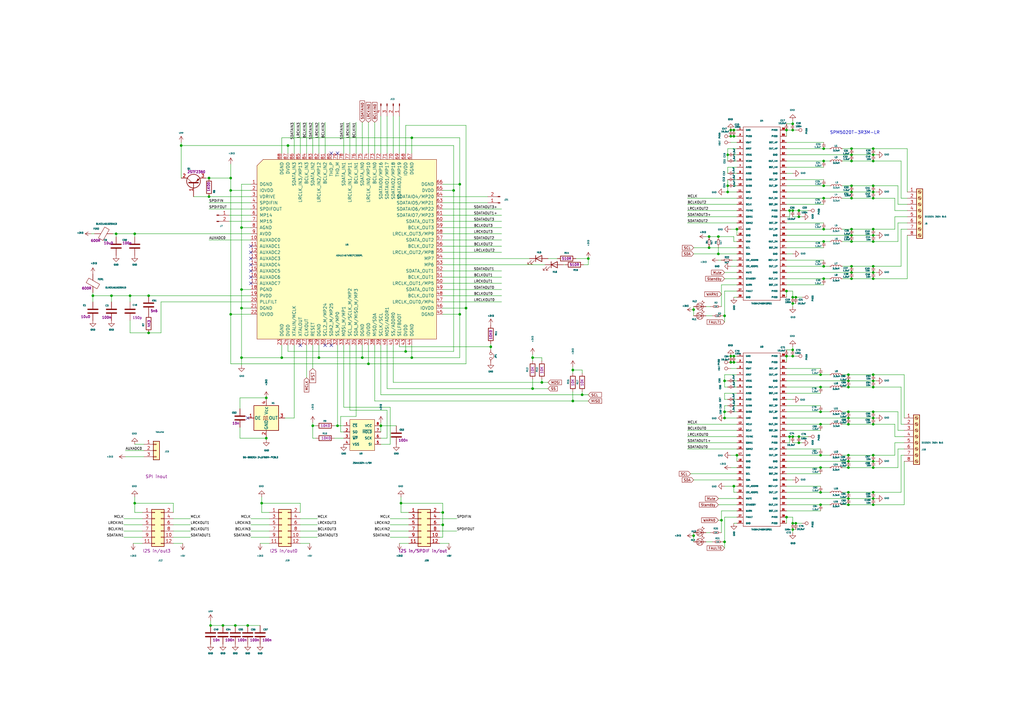
<source format=kicad_sch>
(kicad_sch (version 20230121) (generator eeschema)
  (paper "A3")
  (junction (at 337.82 114.3))
  (junction (at 128.27 174.625))
  (junction (at 164.465 206.375))
  (junction (at 85.725 73.025))
  (junction (at 325.12 179.07))
  (junction (at 358.14 66.04))
  (junction (at 284.48 127))
  (junction (at 298.45 76.2))
  (junction (at 299.72 53.34))
  (junction (at 322.58 146.05))
  (junction (at 91.44 256.54))
  (junction (at 325.12 124.46))
  (junction (at 358.14 114.3))
  (junction (at 349.25 93.98))
  (junction (at 234.95 164.465))
  (junction (at 349.25 66.04))
  (junction (at 96.52 256.54))
  (junction (at 99.06 126.365))
  (junction (at 101.6 256.54))
  (junction (at 322.58 119.38))
  (junction (at 55.245 206.375))
  (junction (at 325.12 121.92))
  (junction (at 347.98 207.01))
  (junction (at 337.82 93.98))
  (junction (at 322.58 53.34))
  (junction (at 337.82 99.06))
  (junction (at 358.14 76.2))
  (junction (at 358.14 63.5))
  (junction (at 323.85 86.36))
  (junction (at 358.14 201.93))
  (junction (at 349.25 109.22))
  (junction (at 294.64 104.14))
  (junction (at 168.91 146.685))
  (junction (at 55.245 95.885))
  (junction (at 168.91 56.515))
  (junction (at 299.72 55.88))
  (junction (at 358.14 81.28))
  (junction (at 358.14 173.99))
  (junction (at 290.83 97.028))
  (junction (at 327.66 86.36))
  (junction (at 327.66 181.61))
  (junction (at 109.22 163.195))
  (junction (at 297.18 168.91))
  (junction (at 347.98 153.67))
  (junction (at 222.25 156.845))
  (junction (at 99.06 93.345))
  (junction (at 138.43 174.625))
  (junction (at 325.12 143.51))
  (junction (at 188.595 75.565))
  (junction (at 115.57 146.685))
  (junction (at 238.76 161.925))
  (junction (at 151.13 149.225))
  (junction (at 347.98 201.93))
  (junction (at 181.61 210.185))
  (junction (at 241.3 106.045))
  (junction (at 45.72 121.285))
  (junction (at 358.14 186.69))
  (junction (at 336.55 201.93))
  (junction (at 347.98 171.45))
  (junction (at 186.055 78.105))
  (junction (at 290.83 101.6))
  (junction (at 302.26 93.98))
  (junction (at 358.14 111.76))
  (junction (at 347.98 191.77))
  (junction (at 358.14 78.74))
  (junction (at 327.66 179.07))
  (junction (at 94.615 128.905))
  (junction (at 358.14 189.23))
  (junction (at 336.55 207.01))
  (junction (at 38.1 121.285))
  (junction (at 99.06 146.685))
  (junction (at 295.91 213.36))
  (junction (at 201.295 142.24))
  (junction (at 336.55 153.67))
  (junction (at 349.25 99.06))
  (junction (at 107.315 206.375))
  (junction (at 60.96 136.525))
  (junction (at 300.99 146.05))
  (junction (at 358.14 191.77))
  (junction (at 337.82 60.96))
  (junction (at 297.18 156.21))
  (junction (at 302.26 186.69))
  (junction (at 325.12 86.36))
  (junction (at 325.12 214.63))
  (junction (at 358.14 153.67))
  (junction (at 166.37 144.145))
  (junction (at 191.135 126.365))
  (junction (at 358.14 207.01))
  (junction (at 358.14 93.98))
  (junction (at 94.615 78.105))
  (junction (at 336.55 186.69))
  (junction (at 347.98 186.69))
  (junction (at 347.98 204.47))
  (junction (at 85.725 80.645))
  (junction (at 325.12 53.34))
  (junction (at 298.45 78.74))
  (junction (at 358.14 109.22))
  (junction (at 299.72 148.59))
  (junction (at 47.625 95.885))
  (junction (at 358.14 60.96))
  (junction (at 94.615 73.025))
  (junction (at 349.25 60.96))
  (junction (at 323.85 179.07))
  (junction (at 347.98 189.23))
  (junction (at 218.44 159.385))
  (junction (at 109.22 179.705))
  (junction (at 347.98 156.21))
  (junction (at 300.99 148.59))
  (junction (at 294.64 97.028))
  (junction (at 148.59 146.685))
  (junction (at 358.14 158.75))
  (junction (at 358.14 171.45))
  (junction (at 300.99 55.88))
  (junction (at 349.25 114.3))
  (junction (at 298.45 63.5))
  (junction (at 349.25 63.5))
  (junction (at 325.12 50.8))
  (junction (at 99.06 118.745))
  (junction (at 181.61 215.265))
  (junction (at 358.14 99.06))
  (junction (at 349.25 78.74))
  (junction (at 349.25 76.2))
  (junction (at 336.55 158.75))
  (junction (at 297.18 222.25))
  (junction (at 337.82 81.28))
  (junction (at 299.72 146.05))
  (junction (at 322.58 212.09))
  (junction (at 358.14 156.21))
  (junction (at 218.44 146.685))
  (junction (at 118.11 59.69))
  (junction (at 300.99 53.34))
  (junction (at 60.96 121.285))
  (junction (at 325.12 146.05))
  (junction (at 358.14 96.52))
  (junction (at 74.295 59.69))
  (junction (at 347.98 158.75))
  (junction (at 327.66 88.9))
  (junction (at 156.21 174.625))
  (junction (at 349.25 111.76))
  (junction (at 86.36 256.54))
  (junction (at 326.39 214.63))
  (junction (at 234.95 151.765))
  (junction (at 358.14 168.91))
  (junction (at 297.18 129.54))
  (junction (at 337.82 76.2))
  (junction (at 300.99 199.39))
  (junction (at 347.98 173.99))
  (junction (at 336.55 173.99))
  (junction (at 337.82 109.22))
  (junction (at 336.55 168.91))
  (junction (at 53.34 121.285))
  (junction (at 337.82 66.04))
  (junction (at 336.55 191.77))
  (junction (at 297.18 171.45))
  (junction (at 325.12 217.17))
  (junction (at 349.25 81.28))
  (junction (at 347.98 168.91))
  (junction (at 188.595 128.905))
  (junction (at 358.14 204.47))
  (junction (at 130.81 146.685))
  (junction (at 349.25 96.52))
  (junction (at 284.48 219.71))
  (junction (at 326.39 121.92))
  (no_connect (at 102.87 113.665))
  (no_connect (at 102.87 111.125))
  (no_connect (at 133.35 141.605))
  (no_connect (at 102.87 106.045))
  (no_connect (at 102.87 108.585))
  (no_connect (at 138.43 62.865))
  (no_connect (at 123.19 141.605))
  (no_connect (at 102.87 116.205))
  (no_connect (at 102.87 100.965))
  (no_connect (at 135.89 141.605))
  (no_connect (at 102.87 103.505))
  (no_connect (at 135.89 62.865))
  (no_connect (at 101.6 171.45))
  (wire (pts (xy 322.58 146.05) (xy 325.12 146.05)))
  (wire (pts (xy 297.18 168.91) (xy 297.18 166.37)))
  (wire (pts (xy 347.98 204.47) (xy 358.14 204.47)))
  (wire (pts (xy 94.615 128.905) (xy 94.615 149.225)))
  (wire (pts (xy 302.26 76.2) (xy 300.99 76.2)))
  (wire (pts (xy 238.76 161.925) (xy 241.3 161.925)))
  (wire (pts (xy 349.25 78.74) (xy 358.14 78.74)))
  (wire (pts (xy 297.18 212.09) (xy 297.18 222.25)))
  (wire (pts (xy 345.44 168.91) (xy 347.98 168.91)))
  (wire (pts (xy 139.7 170.815) (xy 146.05 170.815)))
  (wire (pts (xy 188.595 146.685) (xy 188.595 128.905)))
  (wire (pts (xy 327.66 88.9) (xy 328.93 88.9)))
  (wire (pts (xy 289.56 97.028) (xy 290.83 97.028)))
  (wire (pts (xy 325.12 50.8) (xy 325.12 49.53)))
  (wire (pts (xy 79.375 80.645) (xy 85.725 80.645)))
  (wire (pts (xy 222.25 146.685) (xy 222.25 147.955)))
  (wire (pts (xy 107.315 203.835) (xy 107.315 206.375)))
  (wire (pts (xy 110.49 212.725) (xy 102.87 212.725)))
  (wire (pts (xy 322.58 186.69) (xy 336.55 186.69)))
  (wire (pts (xy 164.465 203.835) (xy 164.465 206.375)))
  (wire (pts (xy 345.44 186.69) (xy 347.98 186.69)))
  (wire (pts (xy 290.83 101.6) (xy 302.26 101.6)))
  (wire (pts (xy 358.14 204.47) (xy 359.41 204.47)))
  (wire (pts (xy 289.56 222.25) (xy 292.1 222.25)))
  (wire (pts (xy 130.81 146.685) (xy 148.59 146.685)))
  (wire (pts (xy 289.56 125.73) (xy 291.338 125.73)))
  (wire (pts (xy 367.03 173.99) (xy 367.03 179.07)))
  (wire (pts (xy 300.355 106.68) (xy 302.26 106.68)))
  (wire (pts (xy 84.455 73.025) (xy 85.725 73.025)))
  (wire (pts (xy 128.27 173.355) (xy 128.27 174.625)))
  (wire (pts (xy 345.44 191.77) (xy 347.98 191.77)))
  (wire (pts (xy 302.26 96.52) (xy 302.26 93.98)))
  (wire (pts (xy 163.83 141.605) (xy 163.83 142.24)))
  (wire (pts (xy 115.57 56.515) (xy 115.57 62.865)))
  (wire (pts (xy 322.58 194.31) (xy 336.55 194.31)))
  (wire (pts (xy 298.45 78.74) (xy 302.26 78.74)))
  (wire (pts (xy 123.19 212.725) (xy 130.175 212.725)))
  (wire (pts (xy 191.135 149.225) (xy 191.135 126.365)))
  (wire (pts (xy 323.85 88.9) (xy 323.85 86.36)))
  (wire (pts (xy 120.65 62.865) (xy 120.65 50.165)))
  (wire (pts (xy 102.87 128.905) (xy 94.615 128.905)))
  (wire (pts (xy 322.58 184.15) (xy 336.55 184.15)))
  (wire (pts (xy 146.05 170.815) (xy 146.05 141.605)))
  (wire (pts (xy 325.12 214.63) (xy 326.39 214.63)))
  (wire (pts (xy 218.44 145.415) (xy 218.44 146.685)))
  (wire (pts (xy 294.64 104.14) (xy 302.26 104.14)))
  (wire (pts (xy 358.14 63.5) (xy 359.41 63.5)))
  (wire (pts (xy 74.295 58.42) (xy 74.295 59.69)))
  (wire (pts (xy 345.44 158.75) (xy 347.98 158.75)))
  (wire (pts (xy 358.14 186.69) (xy 367.03 186.69)))
  (wire (pts (xy 297.18 199.39) (xy 300.99 199.39)))
  (wire (pts (xy 281.94 184.15) (xy 302.26 184.15)))
  (wire (pts (xy 60.96 121.285) (xy 102.87 121.285)))
  (wire (pts (xy 93.98 90.805) (xy 102.87 90.805)))
  (wire (pts (xy 297.18 156.21) (xy 297.18 158.75)))
  (wire (pts (xy 284.48 101.6) (xy 290.83 101.6)))
  (wire (pts (xy 298.45 68.58) (xy 298.45 71.12)))
  (wire (pts (xy 294.64 204.47) (xy 302.26 204.47)))
  (wire (pts (xy 123.19 62.865) (xy 123.19 50.165)))
  (wire (pts (xy 325.12 121.92) (xy 326.39 121.92)))
  (wire (pts (xy 322.58 81.28) (xy 337.82 81.28)))
  (wire (pts (xy 368.3 168.91) (xy 368.3 176.53)))
  (wire (pts (xy 156.21 179.705) (xy 158.75 179.705)))
  (wire (pts (xy 322.58 119.38) (xy 325.12 119.38)))
  (wire (pts (xy 181.61 103.505) (xy 205.74 103.505)))
  (wire (pts (xy 370.84 153.67) (xy 370.84 171.45)))
  (wire (pts (xy 322.58 121.92) (xy 322.58 119.38)))
  (wire (pts (xy 358.14 66.04) (xy 369.57 66.04)))
  (wire (pts (xy 347.98 156.21) (xy 358.14 156.21)))
  (wire (pts (xy 123.19 222.885) (xy 127 222.885)))
  (wire (pts (xy 99.06 118.745) (xy 99.06 126.365)))
  (wire (pts (xy 326.39 121.92) (xy 328.93 121.92)))
  (wire (pts (xy 322.58 207.01) (xy 336.55 207.01)))
  (wire (pts (xy 302.26 176.53) (xy 281.94 176.53)))
  (wire (pts (xy 148.59 62.865) (xy 148.59 50.165)))
  (wire (pts (xy 137.16 179.705) (xy 140.97 179.705)))
  (wire (pts (xy 302.26 71.12) (xy 300.99 71.12)))
  (wire (pts (xy 347.98 153.67) (xy 358.14 153.67)))
  (wire (pts (xy 336.55 191.77) (xy 340.36 191.77)))
  (wire (pts (xy 99.06 75.565) (xy 99.06 93.345)))
  (wire (pts (xy 102.87 75.565) (xy 99.06 75.565)))
  (wire (pts (xy 191.135 126.365) (xy 191.135 51.435)))
  (wire (pts (xy 160.02 182.245) (xy 160.02 167.005)))
  (wire (pts (xy 281.94 81.28) (xy 302.26 81.28)))
  (wire (pts (xy 181.61 108.585) (xy 223.52 108.585)))
  (wire (pts (xy 281.94 181.61) (xy 302.26 181.61)))
  (wire (pts (xy 123.19 217.805) (xy 130.175 217.805)))
  (wire (pts (xy 181.61 80.645) (xy 200.025 80.645)))
  (wire (pts (xy 358.14 81.28) (xy 367.03 81.28)))
  (wire (pts (xy 322.58 99.06) (xy 337.82 99.06)))
  (wire (pts (xy 299.72 186.69) (xy 302.26 186.69)))
  (wire (pts (xy 85.725 80.645) (xy 102.87 80.645)))
  (wire (pts (xy 181.61 210.185) (xy 181.61 206.375)))
  (wire (pts (xy 153.67 141.605) (xy 153.67 164.465)))
  (wire (pts (xy 148.59 141.605) (xy 148.59 146.685)))
  (wire (pts (xy 181.61 85.725) (xy 205.74 85.725)))
  (wire (pts (xy 91.44 256.54) (xy 96.52 256.54)))
  (wire (pts (xy 358.14 96.52) (xy 359.41 96.52)))
  (wire (pts (xy 191.135 51.435) (xy 166.37 51.435)))
  (wire (pts (xy 55.245 95.885) (xy 102.87 95.885)))
  (wire (pts (xy 224.79 156.845) (xy 222.25 156.845)))
  (wire (pts (xy 325.12 218.44) (xy 325.12 217.17)))
  (wire (pts (xy 98.425 163.195) (xy 98.425 167.64)))
  (wire (pts (xy 139.7 177.165) (xy 139.7 170.815)))
  (wire (pts (xy 322.58 179.07) (xy 323.85 179.07)))
  (wire (pts (xy 164.465 206.375) (xy 164.465 210.185)))
  (wire (pts (xy 167.64 222.885) (xy 163.83 222.885)))
  (wire (pts (xy 123.19 206.375) (xy 107.315 206.375)))
  (wire (pts (xy 55.245 210.185) (xy 58.42 210.185)))
  (wire (pts (xy 289.56 218.44) (xy 291.338 218.44)))
  (wire (pts (xy 85.725 85.725) (xy 102.87 85.725)))
  (wire (pts (xy 323.85 179.07) (xy 325.12 179.07)))
  (wire (pts (xy 102.87 126.365) (xy 99.06 126.365)))
  (wire (pts (xy 358.14 168.91) (xy 368.3 168.91)))
  (wire (pts (xy 345.44 66.04) (xy 349.25 66.04)))
  (wire (pts (xy 186.055 78.105) (xy 181.61 78.105)))
  (wire (pts (xy 322.58 163.83) (xy 325.12 163.83)))
  (wire (pts (xy 46.355 95.885) (xy 47.625 95.885)))
  (wire (pts (xy 290.83 97.028) (xy 294.64 97.028)))
  (wire (pts (xy 325.12 86.36) (xy 327.66 86.36)))
  (wire (pts (xy 146.05 50.165) (xy 146.05 62.865)))
  (wire (pts (xy 71.12 220.345) (xy 78.105 220.345)))
  (wire (pts (xy 181.61 113.665) (xy 205.74 113.665)))
  (wire (pts (xy 143.51 168.275) (xy 143.51 141.605)))
  (wire (pts (xy 369.57 109.22) (xy 369.57 93.98)))
  (wire (pts (xy 322.58 53.34) (xy 325.12 53.34)))
  (wire (pts (xy 302.26 158.75) (xy 300.99 158.75)))
  (wire (pts (xy 345.44 109.22) (xy 349.25 109.22)))
  (wire (pts (xy 201.295 142.24) (xy 201.295 143.51)))
  (wire (pts (xy 294.64 207.01) (xy 302.26 207.01)))
  (wire (pts (xy 322.58 86.36) (xy 323.85 86.36)))
  (wire (pts (xy 181.61 220.345) (xy 180.34 220.345)))
  (wire (pts (xy 302.26 68.58) (xy 298.45 68.58)))
  (wire (pts (xy 367.03 181.61) (xy 370.84 181.61)))
  (wire (pts (xy 299.72 55.88) (xy 300.99 55.88)))
  (wire (pts (xy 297.18 114.3) (xy 302.26 114.3)))
  (wire (pts (xy 71.12 215.265) (xy 78.105 215.265)))
  (wire (pts (xy 295.91 116.84) (xy 302.26 116.84)))
  (wire (pts (xy 347.98 191.77) (xy 358.14 191.77)))
  (wire (pts (xy 109.22 179.705) (xy 109.22 180.34)))
  (wire (pts (xy 358.14 78.74) (xy 359.41 78.74)))
  (wire (pts (xy 298.45 76.2) (xy 298.45 73.66)))
  (wire (pts (xy 156.21 173.355) (xy 156.21 174.625)))
  (wire (pts (xy 297.18 161.29) (xy 297.18 163.83)))
  (wire (pts (xy 336.55 186.69) (xy 340.36 186.69)))
  (wire (pts (xy 358.14 60.96) (xy 372.11 60.96)))
  (wire (pts (xy 156.21 174.625) (xy 156.21 177.165)))
  (wire (pts (xy 368.3 99.06) (xy 368.3 91.44)))
  (wire (pts (xy 367.03 86.36) (xy 372.11 86.36)))
  (wire (pts (xy 337.82 76.2) (xy 340.36 76.2)))
  (wire (pts (xy 327.66 179.07) (xy 331.47 179.07)))
  (wire (pts (xy 45.72 121.285) (xy 53.34 121.285)))
  (wire (pts (xy 138.43 141.605) (xy 138.43 174.625)))
  (wire (pts (xy 368.3 83.82) (xy 372.11 83.82)))
  (wire (pts (xy 188.595 128.905) (xy 188.595 75.565)))
  (wire (pts (xy 123.19 210.185) (xy 123.19 206.375)))
  (wire (pts (xy 281.94 88.9) (xy 302.26 88.9)))
  (wire (pts (xy 168.91 56.515) (xy 115.57 56.515)))
  (wire (pts (xy 115.57 141.605) (xy 115.57 146.685)))
  (wire (pts (xy 181.61 111.125) (xy 205.74 111.125)))
  (wire (pts (xy 102.87 220.345) (xy 110.49 220.345)))
  (wire (pts (xy 241.3 108.585) (xy 239.395 108.585)))
  (wire (pts (xy 367.03 179.07) (xy 370.84 179.07)))
  (wire (pts (xy 326.39 214.63) (xy 328.93 214.63)))
  (wire (pts (xy 299.72 148.59) (xy 300.99 148.59)))
  (wire (pts (xy 66.04 123.825) (xy 102.87 123.825)))
  (wire (pts (xy 369.57 93.98) (xy 372.11 93.98)))
  (wire (pts (xy 298.45 63.5) (xy 298.45 66.04)))
  (wire (pts (xy 297.18 78.74) (xy 298.45 78.74)))
  (wire (pts (xy 181.61 95.885) (xy 205.74 95.885)))
  (wire (pts (xy 297.18 153.67) (xy 297.18 156.21)))
  (wire (pts (xy 284.48 125.73) (xy 284.48 127)))
  (wire (pts (xy 281.94 83.82) (xy 302.26 83.82)))
  (wire (pts (xy 325.12 181.61) (xy 327.66 181.61)))
  (wire (pts (xy 358.14 171.45) (xy 359.41 171.45)))
  (wire (pts (xy 322.58 196.85) (xy 325.12 196.85)))
  (wire (pts (xy 181.61 210.185) (xy 181.61 215.265)))
  (wire (pts (xy 302.26 86.36) (xy 281.94 86.36)))
  (wire (pts (xy 120.65 171.45) (xy 116.84 171.45)))
  (wire (pts (xy 358.14 189.23) (xy 359.41 189.23)))
  (wire (pts (xy 323.85 181.61) (xy 323.85 179.07)))
  (wire (pts (xy 284.48 219.71) (xy 284.48 222.25)))
  (wire (pts (xy 181.61 88.265) (xy 205.74 88.265)))
  (wire (pts (xy 300.99 201.93) (xy 300.99 199.39)))
  (wire (pts (xy 218.44 155.575) (xy 218.44 159.385)))
  (wire (pts (xy 367.03 81.28) (xy 367.03 86.36)))
  (wire (pts (xy 118.11 144.145) (xy 166.37 144.145)))
  (wire (pts (xy 158.75 62.865) (xy 158.75 47.625)))
  (wire (pts (xy 302.26 99.06) (xy 300.99 99.06)))
  (wire (pts (xy 167.64 212.725) (xy 160.02 212.725)))
  (wire (pts (xy 345.44 76.2) (xy 349.25 76.2)))
  (wire (pts (xy 302.26 166.37) (xy 300.99 166.37)))
  (wire (pts (xy 358.14 114.3) (xy 372.11 114.3)))
  (wire (pts (xy 299.72 53.34) (xy 300.99 53.34)))
  (wire (pts (xy 336.55 173.99) (xy 340.36 173.99)))
  (wire (pts (xy 156.21 62.865) (xy 156.21 47.625)))
  (wire (pts (xy 322.58 73.66) (xy 337.82 73.66)))
  (wire (pts (xy 349.25 63.5) (xy 358.14 63.5)))
  (wire (pts (xy 140.97 50.165) (xy 140.97 62.865)))
  (wire (pts (xy 234.95 160.655) (xy 234.95 164.465)))
  (wire (pts (xy 161.29 156.845) (xy 222.25 156.845)))
  (wire (pts (xy 94.615 73.025) (xy 94.615 67.31)))
  (wire (pts (xy 284.48 127) (xy 284.48 129.54)))
  (wire (pts (xy 336.55 207.01) (xy 340.36 207.01)))
  (wire (pts (xy 298.45 78.74) (xy 298.45 76.2)))
  (wire (pts (xy 38.1 121.285) (xy 38.1 123.825)))
  (wire (pts (xy 367.03 93.98) (xy 367.03 88.9)))
  (wire (pts (xy 368.3 184.15) (xy 370.84 184.15)))
  (wire (pts (xy 53.34 121.285) (xy 53.34 123.825)))
  (wire (pts (xy 163.83 62.865) (xy 163.83 47.625)))
  (wire (pts (xy 109.22 163.195) (xy 98.425 163.195)))
  (wire (pts (xy 345.44 60.96) (xy 349.25 60.96)))
  (wire (pts (xy 358.14 99.06) (xy 368.3 99.06)))
  (wire (pts (xy 181.61 215.265) (xy 180.34 215.265)))
  (wire (pts (xy 118.11 59.69) (xy 74.295 59.69)))
  (wire (pts (xy 37.465 95.885) (xy 38.735 95.885)))
  (wire (pts (xy 322.58 96.52) (xy 349.25 96.52)))
  (wire (pts (xy 322.58 71.12) (xy 325.12 71.12)))
  (wire (pts (xy 86.36 256.54) (xy 91.44 256.54)))
  (wire (pts (xy 302.26 156.21) (xy 300.99 156.21)))
  (wire (pts (xy 94.615 78.105) (xy 94.615 128.905)))
  (wire (pts (xy 168.91 146.685) (xy 188.595 146.685)))
  (wire (pts (xy 71.12 222.885) (xy 74.93 222.885)))
  (wire (pts (xy 102.87 215.265) (xy 110.49 215.265)))
  (wire (pts (xy 118.11 141.605) (xy 118.11 144.145)))
  (wire (pts (xy 322.58 189.23) (xy 347.98 189.23)))
  (wire (pts (xy 322.58 114.3) (xy 337.82 114.3)))
  (wire (pts (xy 347.98 186.69) (xy 358.14 186.69)))
  (wire (pts (xy 101.6 256.54) (xy 106.68 256.54)))
  (wire (pts (xy 161.29 156.845) (xy 161.29 141.605)))
  (wire (pts (xy 322.58 181.61) (xy 323.85 181.61)))
  (wire (pts (xy 322.58 212.09) (xy 325.12 212.09)))
  (wire (pts (xy 160.02 220.345) (xy 167.64 220.345)))
  (wire (pts (xy 188.595 75.565) (xy 188.595 56.515)))
  (wire (pts (xy 322.58 158.75) (xy 336.55 158.75)))
  (wire (pts (xy 358.14 153.67) (xy 370.84 153.67)))
  (wire (pts (xy 372.11 114.3) (xy 372.11 96.52)))
  (wire (pts (xy 283.21 194.31) (xy 302.26 194.31)))
  (wire (pts (xy 336.55 201.93) (xy 340.36 201.93)))
  (wire (pts (xy 300.99 214.63) (xy 302.26 214.63)))
  (wire (pts (xy 337.82 99.06) (xy 340.36 99.06)))
  (wire (pts (xy 181.61 93.345) (xy 205.74 93.345)))
  (wire (pts (xy 369.57 81.28) (xy 372.11 81.28)))
  (wire (pts (xy 322.58 76.2) (xy 337.82 76.2)))
  (wire (pts (xy 322.58 83.82) (xy 337.82 83.82)))
  (wire (pts (xy 369.57 158.75) (xy 369.57 173.99)))
  (wire (pts (xy 222.25 146.685) (xy 218.44 146.685)))
  (wire (pts (xy 71.12 206.375) (xy 55.245 206.375)))
  (wire (pts (xy 160.02 215.265) (xy 167.64 215.265)))
  (wire (pts (xy 297.18 163.83) (xy 298.45 163.83)))
  (wire (pts (xy 322.58 176.53) (xy 336.55 176.53)))
  (wire (pts (xy 345.44 201.93) (xy 347.98 201.93)))
  (wire (pts (xy 85.725 98.425) (xy 102.87 98.425)))
  (wire (pts (xy 164.465 210.185) (xy 167.64 210.185)))
  (wire (pts (xy 188.595 56.515) (xy 168.91 56.515)))
  (wire (pts (xy 298.45 168.91) (xy 297.18 168.91)))
  (wire (pts (xy 71.12 212.725) (xy 78.105 212.725)))
  (wire (pts (xy 322.58 191.77) (xy 336.55 191.77)))
  (wire (pts (xy 302.26 73.66) (xy 300.99 73.66)))
  (wire (pts (xy 66.04 136.525) (xy 66.04 123.825)))
  (wire (pts (xy 358.14 173.99) (xy 367.03 173.99)))
  (wire (pts (xy 322.58 104.14) (xy 325.12 104.14)))
  (wire (pts (xy 322.58 101.6) (xy 337.82 101.6)))
  (wire (pts (xy 358.14 158.75) (xy 369.57 158.75)))
  (wire (pts (xy 302.26 189.23) (xy 302.26 186.69)))
  (wire (pts (xy 186.055 78.105) (xy 186.055 144.145)))
  (wire (pts (xy 161.29 62.865) (xy 161.29 47.625)))
  (wire (pts (xy 133.35 50.165) (xy 133.35 62.865)))
  (wire (pts (xy 55.245 203.835) (xy 55.245 206.375)))
  (wire (pts (xy 71.12 217.805) (xy 78.105 217.805)))
  (wire (pts (xy 337.82 114.3) (xy 340.36 114.3)))
  (wire (pts (xy 128.27 179.705) (xy 129.54 179.705)))
  (wire (pts (xy 297.18 222.25) (xy 297.18 224.79)))
  (wire (pts (xy 93.98 88.265) (xy 102.87 88.265)))
  (wire (pts (xy 326.39 217.17) (xy 325.12 217.17)))
  (wire (pts (xy 168.91 62.865) (xy 168.91 56.515)))
  (wire (pts (xy 322.58 199.39) (xy 336.55 199.39)))
  (wire (pts (xy 347.98 168.91) (xy 358.14 168.91)))
  (wire (pts (xy 322.58 60.96) (xy 337.82 60.96)))
  (wire (pts (xy 302.26 201.93) (xy 300.99 201.93)))
  (wire (pts (xy 163.83 142.24) (xy 201.295 142.24)))
  (wire (pts (xy 294.64 101.6) (xy 294.64 104.14)))
  (wire (pts (xy 296.672 222.25) (xy 297.18 222.25)))
  (wire (pts (xy 367.03 186.69) (xy 367.03 181.61)))
  (wire (pts (xy 299.72 191.77) (xy 302.26 191.77)))
  (wire (pts (xy 294.64 213.36) (xy 295.91 213.36)))
  (wire (pts (xy 224.79 106.045) (xy 228.6 106.045)))
  (wire (pts (xy 345.44 81.28) (xy 349.25 81.28)))
  (wire (pts (xy 294.64 106.68) (xy 295.783 106.68)))
  (wire (pts (xy 349.25 76.2) (xy 358.14 76.2)))
  (wire (pts (xy 322.58 166.37) (xy 336.55 166.37)))
  (wire (pts (xy 297.18 156.21) (xy 298.45 156.21)))
  (wire (pts (xy 55.245 95.885) (xy 55.245 97.155)))
  (wire (pts (xy 224.79 159.385) (xy 218.44 159.385)))
  (wire (pts (xy 325.12 143.51) (xy 325.12 142.24)))
  (wire (pts (xy 322.58 151.13) (xy 336.55 151.13)))
  (wire (pts (xy 322.58 143.51) (xy 325.12 143.51)))
  (wire (pts (xy 166.37 144.145) (xy 166.37 141.605)))
  (wire (pts (xy 347.98 171.45) (xy 358.14 171.45)))
  (wire (pts (xy 300.99 199.39) (xy 302.26 199.39)))
  (wire (pts (xy 181.61 90.805) (xy 205.74 90.805)))
  (wire (pts (xy 336.55 153.67) (xy 340.36 153.67)))
  (wire (pts (xy 94.615 149.225) (xy 151.13 149.225)))
  (wire (pts (xy 295.91 213.36) (xy 295.91 209.55)))
  (wire (pts (xy 140.97 177.165) (xy 139.7 177.165)))
  (wire (pts (xy 296.672 129.54) (xy 297.18 129.54)))
  (wire (pts (xy 302.26 109.22) (xy 299.72 109.22)))
  (wire (pts (xy 372.11 60.96) (xy 372.11 78.74)))
  (wire (pts (xy 349.25 109.22) (xy 358.14 109.22)))
  (wire (pts (xy 337.82 60.96) (xy 340.36 60.96)))
  (wire (pts (xy 238.76 151.765) (xy 234.95 151.765)))
  (wire (pts (xy 349.25 114.3) (xy 358.14 114.3)))
  (wire (pts (xy 128.27 50.165) (xy 128.27 62.865)))
  (wire (pts (xy 299.72 146.05) (xy 300.99 146.05)))
  (wire (pts (xy 181.61 118.745) (xy 205.74 118.745)))
  (wire (pts (xy 125.73 141.605) (xy 125.73 154.94)))
  (wire (pts (xy 181.61 121.285) (xy 205.74 121.285)))
  (wire (pts (xy 168.91 141.605) (xy 168.91 146.685)))
  (wire (pts (xy 322.58 111.76) (xy 349.25 111.76)))
  (wire (pts (xy 166.37 51.435) (xy 166.37 62.865)))
  (wire (pts (xy 358.14 156.21) (xy 359.41 156.21)))
  (wire (pts (xy 236.22 106.045) (xy 241.3 106.045)))
  (wire (pts (xy 151.13 149.225) (xy 191.135 149.225)))
  (wire (pts (xy 367.03 88.9) (xy 372.11 88.9)))
  (wire (pts (xy 299.72 58.42) (xy 302.26 58.42)))
  (wire (pts (xy 349.25 93.98) (xy 358.14 93.98)))
  (wire (pts (xy 322.58 156.21) (xy 347.98 156.21)))
  (wire (pts (xy 337.82 66.04) (xy 340.36 66.04)))
  (wire (pts (xy 50.8 217.805) (xy 58.42 217.805)))
  (wire (pts (xy 109.22 163.195) (xy 109.22 163.83)))
  (wire (pts (xy 322.58 148.59) (xy 322.58 146.05)))
  (wire (pts (xy 181.61 128.905) (xy 188.595 128.905)))
  (wire (pts (xy 71.12 210.185) (xy 71.12 206.375)))
  (wire (pts (xy 327.66 86.36) (xy 331.47 86.36)))
  (wire (pts (xy 156.21 182.245) (xy 160.02 182.245)))
  (wire (pts (xy 297.18 158.75) (xy 298.45 158.75)))
  (wire (pts (xy 322.58 171.45) (xy 347.98 171.45)))
  (wire (pts (xy 322.58 204.47) (xy 347.98 204.47)))
  (wire (pts (xy 347.98 173.99) (xy 358.14 173.99)))
  (wire (pts (xy 322.58 161.29) (xy 336.55 161.29)))
  (wire (pts (xy 322.58 106.68) (xy 337.82 106.68)))
  (wire (pts (xy 158.75 179.705) (xy 158.75 168.275)))
  (wire (pts (xy 297.18 171.45) (xy 302.26 171.45)))
  (wire (pts (xy 160.02 217.805) (xy 167.64 217.805)))
  (wire (pts (xy 53.34 136.525) (xy 60.96 136.525)))
  (wire (pts (xy 234.95 151.765) (xy 234.95 153.035)))
  (wire (pts (xy 322.58 88.9) (xy 323.85 88.9)))
  (wire (pts (xy 295.91 218.44) (xy 295.91 213.36)))
  (wire (pts (xy 302.26 60.96) (xy 298.45 60.96)))
  (wire (pts (xy 345.44 207.01) (xy 347.98 207.01)))
  (wire (pts (xy 85.725 73.025) (xy 94.615 73.025)))
  (wire (pts (xy 302.26 163.83) (xy 300.99 163.83)))
  (wire (pts (xy 53.34 136.525) (xy 53.34 131.445)))
  (wire (pts (xy 297.18 129.54) (xy 297.18 132.08)))
  (wire (pts (xy 160.02 167.005) (xy 140.97 167.005)))
  (wire (pts (xy 96.52 256.54) (xy 101.6 256.54)))
  (wire (pts (xy 297.18 212.09) (xy 302.26 212.09)))
  (wire (pts (xy 284.48 218.44) (xy 284.48 219.71)))
  (wire (pts (xy 323.85 86.36) (xy 325.12 86.36)))
  (wire (pts (xy 299.72 93.98) (xy 302.26 93.98)))
  (wire (pts (xy 300.99 148.59) (xy 302.26 148.59)))
  (wire (pts (xy 99.06 126.365) (xy 99.06 146.685)))
  (wire (pts (xy 99.06 146.685) (xy 99.06 149.86)))
  (wire (pts (xy 302.26 153.67) (xy 297.18 153.67)))
  (wire (pts (xy 358.14 201.93) (xy 369.57 201.93)))
  (wire (pts (xy 325.12 212.09) (xy 325.12 214.63)))
  (wire (pts (xy 38.1 121.285) (xy 45.72 121.285)))
  (wire (pts (xy 123.19 215.265) (xy 130.175 215.265)))
  (wire (pts (xy 322.58 153.67) (xy 336.55 153.67)))
  (wire (pts (xy 156.21 161.925) (xy 238.76 161.925)))
  (wire (pts (xy 302.26 179.07) (xy 281.94 179.07)))
  (wire (pts (xy 60.96 136.525) (xy 66.04 136.525)))
  (wire (pts (xy 369.57 66.04) (xy 369.57 81.28)))
  (wire (pts (xy 181.61 123.825) (xy 205.74 123.825)))
  (wire (pts (xy 337.82 109.22) (xy 340.36 109.22)))
  (wire (pts (xy 325.12 53.34) (xy 326.39 53.34)))
  (wire (pts (xy 284.48 196.85) (xy 302.26 196.85)))
  (wire (pts (xy 158.75 159.385) (xy 158.75 141.605)))
  (wire (pts (xy 336.55 158.75) (xy 340.36 158.75)))
  (wire (pts (xy 158.75 159.385) (xy 218.44 159.385)))
  (wire (pts (xy 337.82 93.98) (xy 340.36 93.98)))
  (wire (pts (xy 284.48 104.14) (xy 294.64 104.14)))
  (wire (pts (xy 300.99 53.34) (xy 302.26 53.34)))
  (wire (pts (xy 297.18 119.38) (xy 297.18 129.54)))
  (wire (pts (xy 55.245 206.375) (xy 55.245 210.185)))
  (wire (pts (xy 234.95 150.495) (xy 234.95 151.765)))
  (wire (pts (xy 322.58 173.99) (xy 336.55 173.99)))
  (wire (pts (xy 102.87 217.805) (xy 110.49 217.805)))
  (wire (pts (xy 349.25 99.06) (xy 358.14 99.06)))
  (wire (pts (xy 322.58 66.04) (xy 337.82 66.04)))
  (wire (pts (xy 102.87 93.345) (xy 99.06 93.345)))
  (wire (pts (xy 322.58 214.63) (xy 322.58 212.09)))
  (wire (pts (xy 98.425 179.705) (xy 98.425 175.26)))
  (wire (pts (xy 297.18 111.76) (xy 302.26 111.76)))
  (wire (pts (xy 181.61 98.425) (xy 205.74 98.425)))
  (wire (pts (xy 295.91 116.84) (xy 295.91 125.73)))
  (wire (pts (xy 345.44 173.99) (xy 347.98 173.99)))
  (wire (pts (xy 107.315 206.375) (xy 107.315 210.185)))
  (wire (pts (xy 368.3 176.53) (xy 370.84 176.53)))
  (wire (pts (xy 118.11 59.69) (xy 186.055 59.69)))
  (wire (pts (xy 349.25 66.04) (xy 358.14 66.04)))
  (wire (pts (xy 125.73 62.865) (xy 125.73 50.165)))
  (wire (pts (xy 222.25 155.575) (xy 222.25 156.845)))
  (wire (pts (xy 322.58 116.84) (xy 337.82 116.84)))
  (wire (pts (xy 299.72 151.13) (xy 302.26 151.13)))
  (wire (pts (xy 298.45 60.96) (xy 298.45 63.5)))
  (wire (pts (xy 59.055 182.245) (xy 55.245 182.245)))
  (wire (pts (xy 322.58 93.98) (xy 337.82 93.98)))
  (wire (pts (xy 123.19 220.345) (xy 130.175 220.345)))
  (wire (pts (xy 58.42 212.725) (xy 50.8 212.725)))
  (wire (pts (xy 50.8 220.345) (xy 58.42 220.345)))
  (wire (pts (xy 99.06 93.345) (xy 99.06 118.745)))
  (wire (pts (xy 322.58 58.42) (xy 337.82 58.42)))
  (wire (pts (xy 86.36 254.635) (xy 86.36 256.54)))
  (wire (pts (xy 118.11 62.865) (xy 118.11 59.69)))
  (wire (pts (xy 110.49 222.885) (xy 106.68 222.885)))
  (wire (pts (xy 218.44 146.685) (xy 218.44 147.955)))
  (wire (pts (xy 322.58 168.91) (xy 336.55 168.91)))
  (wire (pts (xy 281.94 173.99) (xy 302.26 173.99)))
  (wire (pts (xy 322.58 201.93) (xy 336.55 201.93)))
  (wire (pts (xy 289.56 129.54) (xy 292.1 129.54)))
  (wire (pts (xy 302.26 66.04) (xy 300.99 66.04)))
  (wire (pts (xy 345.44 93.98) (xy 349.25 93.98)))
  (wire (pts (xy 181.61 210.185) (xy 180.34 210.185)))
  (wire (pts (xy 109.22 179.07) (xy 109.22 179.705)))
  (wire (pts (xy 151.13 141.605) (xy 151.13 149.225)))
  (wire (pts (xy 322.58 209.55) (xy 336.55 209.55)))
  (wire (pts (xy 38.1 120.015) (xy 38.1 121.285)))
  (wire (pts (xy 322.58 63.5) (xy 349.25 63.5)))
  (wire (pts (xy 297.18 171.45) (xy 297.18 168.91)))
  (wire (pts (xy 180.34 212.725) (xy 187.325 212.725)))
  (wire (pts (xy 295.91 209.55) (xy 302.26 209.55)))
  (wire (pts (xy 181.61 206.375) (xy 164.465 206.375)))
  (wire (pts (xy 345.44 114.3) (xy 349.25 114.3)))
  (wire (pts (xy 358.14 207.01) (xy 370.84 207.01)))
  (wire (pts (xy 180.34 217.805) (xy 187.325 217.805)))
  (wire (pts (xy 347.98 158.75) (xy 358.14 158.75)))
  (wire (pts (xy 47.625 97.155) (xy 47.625 95.885)))
  (wire (pts (xy 300.99 97.028) (xy 300.99 99.06)))
  (wire (pts (xy 85.725 83.185) (xy 102.87 83.185)))
  (wire (pts (xy 368.3 76.2) (xy 368.3 83.82)))
  (wire (pts (xy 322.58 50.8) (xy 325.12 50.8)))
  (wire (pts (xy 369.57 186.69) (xy 370.84 186.69)))
  (wire (pts (xy 337.82 81.28) (xy 340.36 81.28)))
  (wire (pts (xy 345.44 99.06) (xy 349.25 99.06)))
  (wire (pts (xy 53.34 121.285) (xy 60.96 121.285)))
  (wire (pts (xy 238.76 151.765) (xy 238.76 153.035)))
  (wire (pts (xy 156.21 174.625) (xy 162.56 174.625)))
  (wire (pts (xy 325.12 179.07) (xy 327.66 179.07)))
  (wire (pts (xy 181.61 215.265) (xy 181.61 220.345)))
  (wire (pts (xy 51.435 187.325) (xy 59.055 187.325)))
  (wire (pts (xy 322.58 109.22) (xy 337.82 109.22)))
  (wire (pts (xy 94.615 78.105) (xy 94.615 73.025)))
  (wire (pts (xy 158.75 168.275) (xy 143.51 168.275)))
  (wire (pts (xy 45.72 121.285) (xy 45.72 123.825)))
  (wire (pts (xy 51.435 184.785) (xy 59.055 184.785)))
  (wire (pts (xy 347.98 207.01) (xy 358.14 207.01)))
  (wire (pts (xy 181.61 75.565) (xy 188.595 75.565)))
  (wire (pts (xy 138.43 174.625) (xy 140.97 174.625)))
  (wire (pts (xy 148.59 146.685) (xy 168.91 146.685)))
  (wire (pts (xy 181.61 126.365) (xy 191.135 126.365)))
  (wire (pts (xy 322.58 68.58) (xy 337.82 68.58)))
  (wire (pts (xy 326.39 124.46) (xy 325.12 124.46)))
  (wire (pts (xy 130.81 141.605) (xy 130.81 146.685)))
  (wire (pts (xy 302.26 63.5) (xy 300.99 63.5)))
  (wire (pts (xy 300.99 121.92) (xy 302.26 121.92)))
  (wire (pts (xy 231.14 108.585) (xy 231.775 108.585)))
  (wire (pts (xy 297.18 166.37) (xy 298.45 166.37)))
  (wire (pts (xy 120.65 141.605) (xy 120.65 171.45)))
  (wire (pts (xy 349.25 60.96) (xy 358.14 60.96)))
  (wire (pts (xy 302.26 161.29) (xy 297.18 161.29)))
  (wire (pts (xy 238.76 160.655) (xy 238.76 161.925)))
  (wire (pts (xy 302.26 168.91) (xy 300.99 168.91)))
  (wire (pts (xy 297.18 119.38) (xy 302.26 119.38)))
  (wire (pts (xy 107.315 210.185) (xy 110.49 210.185)))
  (wire (pts (xy 300.99 97.028) (xy 294.64 97.028)))
  (wire (pts (xy 186.055 59.69) (xy 186.055 78.105)))
  (wire (pts (xy 128.27 174.625) (xy 128.27 179.705)))
  (wire (pts (xy 322.58 78.74) (xy 349.25 78.74)))
  (wire (pts (xy 130.81 50.165) (xy 130.81 62.865)))
  (wire (pts (xy 358.14 109.22) (xy 369.57 109.22)))
  (wire (pts (xy 128.27 174.625) (xy 129.54 174.625)))
  (wire (pts (xy 369.57 201.93) (xy 369.57 186.69)))
  (wire (pts (xy 47.625 95.885) (xy 55.245 95.885)))
  (wire (pts (xy 181.61 116.205) (xy 205.74 116.205)))
  (wire (pts (xy 201.295 140.97) (xy 201.295 142.24)))
  (wire (pts (xy 281.94 91.44) (xy 302.26 91.44)))
  (wire (pts (xy 358.14 93.98) (xy 367.03 93.98)))
  (wire (pts (xy 358.14 111.76) (xy 359.41 111.76)))
  (wire (pts (xy 181.61 100.965) (xy 205.74 100.965)))
  (wire (pts (xy 181.61 106.045) (xy 217.17 106.045)))
  (wire (pts (xy 143.51 50.165) (xy 143.51 62.865)))
  (wire (pts (xy 347.98 201.93) (xy 358.14 201.93)))
  (wire (pts (xy 358.14 191.77) (xy 368.3 191.77)))
  (wire (pts (xy 102.87 78.105) (xy 94.615 78.105)))
  (wire (pts (xy 137.16 174.625) (xy 138.43 174.625)))
  (wire (pts (xy 336.55 168.91) (xy 340.36 168.91)))
  (wire (pts (xy 99.06 146.685) (xy 115.57 146.685)))
  (wire (pts (xy 347.98 189.23) (xy 358.14 189.23)))
  (wire (pts (xy 156.21 141.605) (xy 156.21 161.925)))
  (wire (pts (xy 358.14 76.2) (xy 368.3 76.2)))
  (wire (pts (xy 50.8 215.265) (xy 58.42 215.265)))
  (wire (pts (xy 349.25 81.28) (xy 358.14 81.28)))
  (wire (pts (xy 327.66 181.61) (xy 328.93 181.61)))
  (wire (pts (xy 109.22 179.705) (xy 98.425 179.705)))
  (wire (pts (xy 325.12 119.38) (xy 325.12 121.92)))
  (wire (pts (xy 368.3 91.44) (xy 372.11 91.44)))
  (wire (pts (xy 370.84 207.01) (xy 370.84 189.23)))
  (wire (pts (xy 181.61 83.185) (xy 200.025 83.185)))
  (wire (pts (xy 241.3 106.045) (xy 241.3 108.585)))
  (wire (pts (xy 140.97 167.005) (xy 140.97 141.605)))
  (wire (pts (xy 369.57 173.99) (xy 370.84 173.99)))
  (wire (pts (xy 58.42 222.885) (xy 54.61 222.885)))
  (wire (pts (xy 325.12 125.73) (xy 325.12 124.46)))
  (wire (pts (xy 368.3 191.77) (xy 368.3 184.15)))
  (wire (pts (xy 74.295 59.69) (xy 74.295 73.025)))
  (wire (pts (xy 186.055 144.145) (xy 166.37 144.145)))
  (wire (pts (xy 153.67 62.865) (xy 153.67 50.165)))
  (wire (pts (xy 322.58 55.88) (xy 322.58 53.34)))
  (wire (pts (xy 325.12 146.05) (xy 326.39 146.05)))
  (wire (pts (xy 128.27 141.605) (xy 128.27 151.13)))
  (wire (pts (xy 300.99 146.05) (xy 302.26 146.05)))
  (wire (pts (xy 115.57 146.685) (xy 130.81 146.685)))
  (wire (pts (xy 180.34 222.885) (xy 184.15 222.885)))
  (wire (pts (xy 345.44 153.67) (xy 347.98 153.67)))
  (wire (pts (xy 349.25 111.76) (xy 358.14 111.76)))
  (wire (pts (xy 325.12 88.9) (xy 327.66 88.9)))
  (wire (pts (xy 234.95 164.465) (xy 241.3 164.465)))
  (wire (pts (xy 153.67 164.465) (xy 234.95 164.465)))
  (wire (pts (xy 349.25 96.52) (xy 358.14 96.52)))
  (wire (pts (xy 300.99 55.88) (xy 302.26 55.88)))
  (wire (pts (xy 322.58 91.44) (xy 337.82 91.44)))
  (wire (pts (xy 102.87 118.745) (xy 99.06 118.745)))
  (wire (pts (xy 151.13 62.865) (xy 151.13 50.165)))
  (text "SPM5020T-3R3M-LR" (at 340.36 55.245 0) (effects (font (size 1.27 1.27)) (justify left bottom)))
  (label "LRCKOUT3" (at 130.175 215.265 0) (effects (font (size 1 1))))
  (label "LRCLKOUT0" (at 281.94 179.07 0) (effects (font (size 1 1))))
  (label "MCLK" (at 281.94 81.28 0) (effects (font (size 1 1))))
  (label "LRCLKOUT2" (at 281.94 86.36 0) (effects (font (size 1 1))))
  (label "LRCLKOUT0" (at 194.31 123.825 0) (effects (font (size 1 1))))
  (label "MCLK" (at 281.94 173.99 0) (effects (font (size 1 1))))
  (label "SDATAOUT1+" (at 194.31 88.265 0) (effects (font (size 1 1))))
  (label "LRCKIN1" (at 143.51 50.165 270) (effects (font (size 1 1))))
  (label "SDATAOUT1+" (at 281.94 181.61 0) (effects (font (size 1 1))))
  (label "MCLK" (at 50.8 212.725 180) (effects (font (size 1 1))))
  (label "LRCKIN2" (at 160.02 215.265 180) (effects (font (size 1 1))))
  (label "MCLK" (at 102.87 212.725 180) (effects (font (size 1 1))))
  (label "LRCKIN3" (at 102.87 215.265 180) (effects (font (size 1 1))))
  (label "LRCKIN1" (at 50.8 215.265 180) (effects (font (size 1 1))))
  (label "BCLKOUT0" (at 281.94 176.53 0) (effects (font (size 1 1))))
  (label "BCLKOUT2" (at 194.31 100.965 0) (effects (font (size 1 1))))
  (label "SPDIFOUT" (at 187.325 217.805 0) (effects (font (size 1 1))))
  (label "SDATAIN3" (at 102.87 220.345 180) (effects (font (size 1 1))))
  (label "SDATAOUT3+" (at 281.94 88.9 0) (effects (font (size 1 1))))
  (label "SDATAOUT1" (at 78.105 220.345 0) (effects (font (size 1 1))))
  (label "MCLK" (at 130.175 212.725 0) (effects (font (size 1 1))))
  (label "BCLKIN2" (at 133.35 50.165 270) (effects (font (size 1 1))))
  (label "SDATAIN2" (at 128.27 50.165 270) (effects (font (size 1 1))))
  (label "SPDIFIN" (at 187.325 212.725 0) (effects (font (size 1 1))))
  (label "BCLKOUT0" (at 194.31 121.285 0) (effects (font (size 1 1))))
  (label "SDATAIN1" (at 50.8 220.345 180) (effects (font (size 1 1))))
  (label "BCLKOUT3" (at 194.31 93.345 0) (effects (font (size 1 1))))
  (label "BCLKIN3" (at 125.73 50.165 270) (effects (font (size 1 1))))
  (label "SDATAIN2" (at 160.02 220.345 180) (effects (font (size 1 1))))
  (label "SDATAOUT0" (at 194.31 118.745 0) (effects (font (size 1 1))))
  (label "BCLKIN3" (at 102.87 217.805 180) (effects (font (size 1 1))))
  (label "LRCKIN3" (at 123.19 50.165 270) (effects (font (size 1 1))))
  (label "SDATAOUT3" (at 194.31 90.805 0) (effects (font (size 1 1))))
  (label "AUXADC0" (at 85.725 98.425 0) (effects (font (size 1 1))))
  (label "LRCLKOUT2" (at 194.31 103.505 0) (effects (font (size 1 1))))
  (label "SDATAOUT3+" (at 194.31 85.725 0) (effects (font (size 1 1))))
  (label "SDATAOUT3" (at 130.175 220.345 0) (effects (font (size 1 1))))
  (label "BCLKIN2" (at 160.02 217.805 180) (effects (font (size 1 1))))
  (label "SDATAOUT2" (at 194.31 98.425 0) (effects (font (size 1 1))))
  (label "BCLKOUT1" (at 78.105 217.805 0) (effects (font (size 1 1))))
  (label "LRCKOUT1" (at 78.105 215.265 0) (effects (font (size 1 1))))
  (label "MCLK" (at 78.105 212.725 0) (effects (font (size 1 1))))
  (label "SDATAIN1" (at 140.97 50.165 270) (effects (font (size 1 1))))
  (label "LRCKOUT3" (at 194.31 95.885 0) (effects (font (size 1 1))))
  (label "SPDIFOUT" (at 85.725 85.725 0) (effects (font (size 1 1))))
  (label "BCLKOUT2" (at 281.94 83.82 0) (effects (font (size 1 1))))
  (label "BCLKOUT3" (at 130.175 217.805 0) (effects (font (size 1 1))))
  (label "AUXADC0" (at 51.435 184.785 0) (effects (font (size 1 1))))
  (label "BCLKIN1" (at 146.05 50.165 270) (effects (font (size 1 1))))
  (label "MCLK" (at 160.02 212.725 180) (effects (font (size 1 1))))
  (label "SDATAOUT0" (at 281.94 184.15 0) (effects (font (size 1 1))))
  (label "SPDIFIN" (at 85.725 83.185 0) (effects (font (size 1 1))))
  (label "SDATAOUT2" (at 281.94 91.44 0) (effects (font (size 1 1))))
  (label "BCLKIN1" (at 50.8 217.805 180) (effects (font (size 1 1))))
  (label "BCLKOUT1" (at 194.31 113.665 0) (effects (font (size 1 1))))
  (label "LRCKIN2" (at 130.81 50.165 270) (effects (font (size 1 1))))
  (label "LRCKOUT1" (at 194.31 116.205 0) (effects (font (size 1 1))))
  (label "SDATAOUT1" (at 194.31 111.125 0) (effects (font (size 1 1))))
  (label "SDATAIN3" (at 120.65 50.165 270) (effects (font (size 1 1))))
  (global_label "MCLK" (shape input) (at 125.73 154.94 270) (effects (font (size 1 1))) (property "Intersheetrefs" "${INTERSHEET_REFS}" (effects hide)))
  (global_label "FAULT0" (shape input) (at 297.18 224.79 180) (effects (font (size 1 1))) (property "Intersheetrefs" "${INTERSHEET_REFS}" (effects hide)))
  (global_label "SDATAIN0" (shape input) (at 148.59 50.165 90) (effects (font (size 1 1))) (property "Intersheetrefs" "${INTERSHEET_REFS}" (effects hide)))
  (global_label "SS" (shape input) (at 224.79 159.385 0) (effects (font (size 1 1))) (property "Intersheetrefs" "${INTERSHEET_REFS}" (effects hide)))
  (global_label "RST" (shape input) (at 128.27 151.13 270) (property "Intersheetrefs" "${INTERSHEET_REFS}" (effects hide)))
  (global_label "SCL" (shape input) (at 284.48 101.6 180) (effects (font (size 1 1))) (property "Intersheetrefs" "${INTERSHEET_REFS}" (effects hide)))
  (global_label "Mute" (shape input) (at 294.64 204.47 180) (effects (font (size 1 1))) (property "Intersheetrefs" "${INTERSHEET_REFS}" (effects hide)))
  (global_label "MOSI" (shape input) (at 224.79 156.845 0) (effects (font (size 1 1))) (property "Intersheetrefs" "${INTERSHEET_REFS}" (effects hide)))
  (global_label "Standby" (shape input) (at 294.64 207.01 180) (effects (font (size 1 1))) (property "Intersheetrefs" "${INTERSHEET_REFS}" (effects hide)))
  (global_label "LRCKIN0" (shape input) (at 151.13 50.165 90) (effects (font (size 1 1))) (property "Intersheetrefs" "${INTERSHEET_REFS}" (effects hide)))
  (global_label "MISO" (shape input) (at 241.3 164.465 0) (effects (font (size 1 1))) (property "Intersheetrefs" "${INTERSHEET_REFS}" (effects hide)))
  (global_label "SDA" (shape input) (at 284.48 196.85 180) (effects (font (size 1 1))) (property "Intersheetrefs" "${INTERSHEET_REFS}" (effects hide)))
  (global_label "FAULT1" (shape input) (at 297.18 132.08 180) (effects (font (size 1 1))) (property "Intersheetrefs" "${INTERSHEET_REFS}" (effects hide)))
  (global_label "SCL " (shape input) (at 241.3 161.925 0) (effects (font (size 1 1))) (property "Intersheetrefs" "${INTERSHEET_REFS}" (effects hide)))
  (global_label "BCLKIN0" (shape input) (at 153.67 50.165 90) (effects (font (size 1 1))) (property "Intersheetrefs" "${INTERSHEET_REFS}" (effects hide)))
  (global_label "SCL" (shape input) (at 283.21 194.31 180) (effects (font (size 1 1))) (property "Intersheetrefs" "${INTERSHEET_REFS}" (effects hide)))
  (global_label "WARN0" (shape input) (at 294.64 213.36 180) (effects (font (size 1 1))) (property "Intersheetrefs" "${INTERSHEET_REFS}" (effects hide)))
  (global_label "Mute" (shape input) (at 297.18 111.76 180) (effects (font (size 1 1))) (property "Intersheetrefs" "${INTERSHEET_REFS}" (effects hide)))
  (global_label "WARN1" (shape input) (at 295.91 120.65 180) (effects (font (size 1 1))) (property "Intersheetrefs" "${INTERSHEET_REFS}" (effects hide)))
  (global_label "Standby" (shape input) (at 297.18 114.3 180) (effects (font (size 1 1))) (property "Intersheetrefs" "${INTERSHEET_REFS}" (effects hide)))
  (global_label "SDA" (shape input) (at 284.48 104.14 180) (effects (font (size 1 1))) (property "Intersheetrefs" "${INTERSHEET_REFS}" (effects hide)))
  (symbol (lib_id "AMPP_1466_V0-rescue:TAS6424-Q1-my") (at 312.42 90.17 0) (unit 1)
    (property "Reference" "U4" (at 312.42 49.53 0) (effects (font (size 0.63 0.63))))
    (property "Value" "TAS6424QDKQRQ1" (at 312.42 124.46 0) (effects (font (size 0.63 0.63))))
    (property "Footprint" "Package_SO:SSOP-56_7.5x18.5mm_P0.635mm" (effects hide))
  )
  (symbol (lib_id "AMPP_1466_V0-rescue:PVDD-my") (at 299.72 55.88 90) (unit 1)
    (property "Reference" "#PWR0109" (effects hide))
    (property "Value" "PVDD" (at 295.148 55.626 0) (effects (font (size 0.63 0.63))))
  )
  (symbol (lib_id "AMPP_1466_V0-rescue:GND-power") (at 299.72 53.34 180) (unit 1)
    (property "Reference" "#PWR0110" (effects hide))
    (property "Value" "GND" (at 299.593 48.9458 0) (effects (font (size 0.63 0.63))))
  )
  (symbol (lib_id "AMPP_1466_V0-rescue:PVDD-my") (at 326.39 53.34 270) (unit 1)
    (property "Reference" "#PWR0118" (effects hide))
    (property "Value" "PVDD" (at 330.7842 53.7718 0) (effects (font (size 0.63 0.63))))
  )
  (symbol (lib_id "AMPP_1466_V0-rescue:VBAT-my") (at 299.72 58.42 90) (unit 1)
    (property "Reference" "#PWR0111" (effects hide))
    (property "Value" "VBAT" (at 295.148 58.674 0) (effects (font (size 0.63 0.63))))
  )
  (symbol (lib_id "AMPP_1466_V0-rescue:GND-power") (at 299.72 93.98 270) (unit 1)
    (property "Reference" "#PWR0112" (effects hide))
    (property "Value" "GND" (at 296.4688 94.107 90) (effects (font (size 0.63 0.63)) (justify right)))
  )
  (symbol (lib_id "AMPP_1466_V0-rescue:Screw_Terminal_01x08-Connector") (at 377.19 86.36 0) (unit 1)
    (property "Reference" "J6" (at 379.222 91.694 0) (effects (font (size 0.63 0.63)) (justify left)))
    (property "Value" "DEGSON 2604 8x5" (at 379.222 88.8746 0) (effects (font (size 0.63 0.63)) (justify left)))
    (property "Footprint" "Connector_Degson:DEGSON_8x5" (effects hide))
  )
  (symbol (lib_id "AMPP_1466_V0-rescue:GND-power") (at 325.12 71.12 90) (unit 1)
    (property "Reference" "#PWR0113" (effects hide))
    (property "Value" "GND" (at 328.3712 70.993 90) (effects (font (size 0.63 0.63)) (justify right)))
  )
  (symbol (lib_id "AMPP_1466_V0-rescue:GND-power") (at 325.12 104.14 90) (unit 1)
    (property "Reference" "#PWR0114" (effects hide))
    (property "Value" "GND" (at 328.3712 104.013 90) (effects (font (size 0.63 0.63)) (justify right)))
  )
  (symbol (lib_id "AMPP_1466_V0-rescue:GND-power") (at 359.41 111.76 90) (unit 1)
    (property "Reference" "#PWR0128" (effects hide))
    (property "Value" "GND" (at 362.6612 111.633 90) (effects (font (size 0.63 0.63)) (justify right)))
  )
  (symbol (lib_id "AMPP_1466_V0-rescue:GND-power") (at 325.12 49.53 180) (unit 1)
    (property "Reference" "#PWR0115" (effects hide))
    (property "Value" "GND" (at 324.993 45.1358 0) (effects (font (size 0.63 0.63))))
  )
  (symbol (lib_id "AMPP_1466_V0-rescue:GND-power") (at 328.93 88.9 90) (unit 1)
    (property "Reference" "#PWR0116" (effects hide))
    (property "Value" "GND" (at 333.3242 88.773 0) (effects (font (size 0.63 0.63))))
  )
  (symbol (lib_id "AMPP_1466_V0-rescue:PVDD-my") (at 331.47 86.36 270) (unit 1)
    (property "Reference" "#PWR0117" (effects hide))
    (property "Value" "PVDD" (at 335.8642 86.7918 0) (effects (font (size 0.63 0.63))))
  )
  (symbol (lib_id "AMPP_1466_V0-rescue:C_micro-my") (at 300.99 54.61 0) (unit 1)
    (property "Reference" "C15" (at 301.2948 51.054 0) (effects (font (size 0.63 0.63)) (justify left)))
    (property "Value" "CAP_100n_50V_X7R_0603" (effects hide))
    (property "Footprint" "Capacitor_SMD:C_0603_1608Metric" (effects hide))
    (property "Value" "100n" (at 302.514 52.0192 0) (effects (font (size 0.635 0.635))))
    (property "MP" "CL10B104JB8NNNC" (effects hide))
  )
  (symbol (lib_id "AMPP_1466_V0-rescue:C_micro-my") (at 322.58 52.07 0) (unit 1)
    (property "Reference" "C17" (at 320.04 49.403 0) (effects (font (size 0.63 0.63)) (justify left)))
    (property "Value" "CAP_10u0_50V_X7R_1206" (effects hide))
    (property "Footprint" "Capacitor_SMD:C_1206_3216Metric" (effects hide))
    (property "Value" "10,0uF" (at 320.929 50.546 0) (effects (font (size 0.635 0.635))))
    (property "MP" "CL31B106KBHNNNE" (effects hide))
  )
  (symbol (lib_id "AMPP_1466_V0-rescue:C_micro-my") (at 325.12 52.07 0) (unit 1)
    (property "Reference" "C18" (at 326.517 50.546 0) (effects (font (size 0.63 0.63)) (justify left)))
    (property "Value" "CAP_100n_50V_X7R_0603" (effects hide))
    (property "Footprint" "Capacitor_SMD:C_0603_1608Metric" (effects hide))
    (property "Value" "100n" (at 327.533 51.816 0) (effects (font (size 0.635 0.635))))
    (property "MP" "CL10B104JB8NNNC" (effects hide))
  )
  (symbol (lib_id "AMPP_1466_V0-rescue:C_micro-my") (at 325.12 87.63 0) (unit 1)
    (property "Reference" "C20" (at 323.977 85.217 0) (effects (font (size 0.63 0.63)) (justify left)))
    (property "Value" "CAP_10u0_50V_X7R_1206" (effects hide))
    (property "Footprint" "Capacitor_SMD:C_1206_3216Metric" (effects hide))
    (property "Value" "10,0uF" (at 324.612 89.789 0) (effects (font (size 0.635 0.635))))
    (property "MP" "CL31B106KBHNNNE" (effects hide))
  )
  (symbol (lib_id "AMPP_1466_V0-rescue:C_micro-my") (at 327.66 87.63 0) (unit 1)
    (property "Reference" "C22" (at 329.057 85.217 0) (effects (font (size 0.63 0.63)) (justify left)))
    (property "Value" "CAP_100n_50V_X7R_0603" (effects hide))
    (property "Footprint" "Capacitor_SMD:C_0603_1608Metric" (effects hide))
    (property "Value" "100n" (at 329.946 87.122 0) (effects (font (size 0.635 0.635))))
    (property "MP" "CL10B104JB8NNNC" (effects hide))
  )
  (symbol (lib_id "AMPP_1466_V0-rescue:GND-power") (at 299.72 109.22 270) (unit 1)
    (property "Reference" "#PWR0126" (effects hide))
    (property "Value" "GND" (at 294.132 109.22 90) (effects (font (size 0.63 0.63))))
  )
  (symbol (lib_id "AMPP_1466_V0-rescue:GND-power") (at 325.12 125.73 0) (unit 1)
    (property "Reference" "#PWR0119" (effects hide))
    (property "Value" "GND" (at 325.247 130.1242 0) (effects (font (size 0.63 0.63))))
  )
  (symbol (lib_id "AMPP_1466_V0-rescue:PVDD-my") (at 328.93 121.92 270) (unit 1)
    (property "Reference" "#PWR0120" (effects hide))
    (property "Value" "PVDD" (at 333.3242 122.3518 0) (effects (font (size 0.63 0.63))))
  )
  (symbol (lib_id "AMPP_1466_V0-rescue:C_micro-my") (at 326.39 123.19 180) (unit 1)
    (property "Reference" "C21" (at 329.438 122.936 0) (effects (font (size 0.63 0.63)) (justify left)))
    (property "Value" "CAP_10u0_50V_X7R_1206" (effects hide))
    (property "Footprint" "Capacitor_SMD:C_1206_3216Metric" (effects hide))
    (property "Value" "10,0uF" (at 328.803 124.46 0) (effects (font (size 0.635 0.635))))
    (property "MP" "CL31B106KBHNNNE" (effects hide))
  )
  (symbol (lib_id "AMPP_1466_V0-rescue:C_micro-my") (at 325.12 123.19 180) (unit 1)
    (property "Reference" "C19" (at 323.977 122.936 0) (effects (font (size 0.63 0.63)) (justify left)))
    (property "Value" "CAP_100n_50V_X7R_0603" (effects hide))
    (property "Footprint" "Capacitor_SMD:C_0603_1608Metric" (effects hide))
    (property "Value" "100n" (at 323.215 123.952 0) (effects (font (size 0.635 0.635))))
    (property "MP" "CL10B104JB8NNNC" (effects hide))
  )
  (symbol (lib_id "AMPP_1466_V0-rescue:C_micro-my") (at 299.72 63.5 270) (unit 1)
    (property "Reference" "C10" (at 297.18 62.738 0) (effects (font (size 0.63 0.63)) (justify left)))
    (property "Value" "CAP_1u0_25V_X7R_0603" (effects hide))
    (property "Footprint" "Capacitor_SMD:C_0603_1608Metric" (effects hide))
    (property "Value" "1,0uF" (at 301.117 62.103 0) (effects (font (size 0.635 0.635))))
    (property "MP" " CL10A105KA8NNNC" (effects hide))
  )
  (symbol (lib_id "AMPP_1466_V0-rescue:C_micro-my") (at 299.72 66.04 270) (unit 1)
    (property "Reference" "C11" (at 297.1292 65.2272 0) (effects (font (size 0.63 0.63)) (justify left)))
    (property "Value" "CAP_1u0_25V_X7R_0603" (effects hide))
    (property "Footprint" "Capacitor_SMD:C_0603_1608Metric" (effects hide))
    (property "Value" "1,0uF" (at 301.117 64.897 0) (effects (font (size 0.635 0.635))))
    (property "MP" " CL10A105KA8NNNC" (effects hide))
  )
  (symbol (lib_id "AMPP_1466_V0-rescue:C_micro-my") (at 299.72 71.12 270) (unit 1)
    (property "Reference" "C12" (at 296.9768 70.1548 0) (effects (font (size 0.63 0.63)) (justify left)))
    (property "Value" "CAP_1u0_25V_X7R_0603" (effects hide))
    (property "Footprint" "Capacitor_SMD:C_0603_1608Metric" (effects hide))
    (property "Value" "1,0uF" (at 300.863 69.85 0) (effects (font (size 0.635 0.635))))
    (property "MP" " CL10A105KA8NNNC" (effects hide))
  )
  (symbol (lib_id "AMPP_1466_V0-rescue:C_micro-my") (at 299.72 73.66 270) (unit 1)
    (property "Reference" "C13" (at 296.8752 72.5932 0) (effects (font (size 0.63 0.63)) (justify left)))
    (property "Value" "CAP_1u0_25V_X7R_0603" (effects hide))
    (property "Footprint" "Capacitor_SMD:C_0603_1608Metric" (effects hide))
    (property "Value" "1,0uF" (at 300.99 72.771 0) (effects (font (size 0.635 0.635))))
    (property "MP" " CL10A105KA8NNNC" (effects hide))
  )
  (symbol (lib_id "AMPP_1466_V0-rescue:C_micro-my") (at 299.72 76.2 270) (unit 1)
    (property "Reference" "C14" (at 297.0784 75.0824 0) (effects (font (size 0.63 0.63)) (justify left)))
    (property "Value" "CAP_1u0_25V_X7R_0603" (effects hide))
    (property "Footprint" "Capacitor_SMD:C_0603_1608Metric" (effects hide))
    (property "Value" "1,0uF" (at 301.117 75.438 0) (effects (font (size 0.635 0.635))))
    (property "MP" " CL10A105KA8NNNC" (effects hide))
  )
  (symbol (lib_id "AMPP_1466_V0-rescue:L_Small-my") (at 342.9 114.3 90) (unit 1)
    (property "Reference" "L8" (at 342.9 112.776 90) (effects (font (size 0.63 0.63))))
    (property "Value" "SPM5020T-3R3M-LR_TDK" (effects hide))
    (property "Footprint" "my:SPM5010-5020" (effects hide))
    (property "Value" "3.3uH" (at 342.9 115.062 90) (effects (font (size 0.635 0.635))))
    (property "MP" "ETQP3M3R3KVP" (effects hide))
  )
  (symbol (lib_id "AMPP_1466_V0-rescue:GND-power") (at 297.18 78.74 270) (unit 1)
    (property "Reference" "#PWR0121" (effects hide))
    (property "Value" "GND" (at 293.9288 78.867 90) (effects (font (size 0.63 0.63)) (justify right)))
  )
  (symbol (lib_id "AMPP_1466_V0-rescue:C_micro-my") (at 337.82 115.57 180) (unit 1)
    (property "Reference" "C30" (at 336.55 114.935 0) (effects (font (size 0.63 0.63)) (justify left)))
    (property "Value" "CAP_1u0_25V_X7R_0603" (effects hide))
    (property "Footprint" "Capacitor_SMD:C_0603_1608Metric" (effects hide))
    (property "Value" "1,0uF" (at 335.534 116.205 0) (effects (font (size 0.635 0.635))))
    (property "MP" " CL10A105KA8NNNC" (effects hide))
  )
  (symbol (lib_id "AMPP_1466_V0-rescue:L_Small-my") (at 342.9 109.22 90) (unit 1)
    (property "Reference" "L7" (at 342.9 108.077 90) (effects (font (size 0.63 0.63))))
    (property "Value" "SPM5020T-3R3M-LR_TDK" (effects hide))
    (property "Footprint" "my:SPM5010-5020" (effects hide))
    (property "Value" "3.3uH" (at 342.9 110.109 90) (effects (font (size 0.635 0.635))))
    (property "MP" "ETQP3M3R3KVP" (effects hide))
  )
  (symbol (lib_id "AMPP_1466_V0-rescue:C_micro-my") (at 337.82 107.95 180) (unit 1)
    (property "Reference" "C29" (at 336.423 107.315 0) (effects (font (size 0.63 0.63)) (justify left)))
    (property "Value" "CAP_1u0_25V_X7R_0603" (effects hide))
    (property "Footprint" "Capacitor_SMD:C_0603_1608Metric" (effects hide))
    (property "Value" "1,0uF" (at 335.661 108.331 0) (effects (font (size 0.635 0.635))))
    (property "MP" " CL10A105KA8NNNC" (effects hide))
  )
  (symbol (lib_id "AMPP_1466_V0-rescue:C_micro-my") (at 349.25 113.03 180) (unit 1)
    (property "Reference" "C38" (at 347.98 112.395 0) (effects (font (size 0.63 0.63)) (justify left)))
    (property "Value" "CAP_1u0_50V_X7R_0805" (effects hide))
    (property "Footprint" "Capacitor_SMD:C_0805_2012Metric" (effects hide))
    (property "Value" "1.0uF" (at 347.091 113.538 0) (effects (font (size 0.635 0.635))))
    (property "MP" "CL21B105KOFNNNE" (effects hide))
  )
  (symbol (lib_id "AMPP_1466_V0-rescue:C_micro-my") (at 349.25 110.49 180) (unit 1)
    (property "Reference" "C37" (at 347.853 109.982 0) (effects (font (size 0.63 0.63)) (justify left)))
    (property "Value" "CAP_1u0_50V_X7R_0805" (effects hide))
    (property "Footprint" "Capacitor_SMD:C_0805_2012Metric" (effects hide))
    (property "Value" "1.0uF" (at 347.091 110.998 0) (effects (font (size 0.635 0.635))))
    (property "MP" "CL21B105KOFNNNE" (effects hide))
  )
  (symbol (lib_id "AMPP_1466_V0-rescue:R_micro-my") (at 294.64 99.314 0) (unit 1)
    (property "Reference" "R5" (at 293.624 100.076 90) (effects (font (size 0.63 0.63)) (justify left)))
    (property "Value" "RES_4K7_1%_0.125W_Thick_0603" (effects hide))
    (property "Footprint" "Resistor_SMD:R_0603_1608Metric" (effects hide))
    (property "Value" "4k7" (at 295.656 99.441 90) (effects (font (size 0.635 0.635))))
    (property "MP" "CR0603-FX-4701ELF" (effects hide))
  )
  (symbol (lib_id "AMPP_1466_V0-rescue:R_micro-my") (at 290.83 99.314 0) (unit 1)
    (property "Reference" "R4" (at 289.941 99.949 90) (effects (font (size 0.63 0.63)) (justify left)))
    (property "Value" "RES_4K7_1%_0.125W_Thick_0603" (effects hide))
    (property "Footprint" "Resistor_SMD:R_0603_1608Metric" (effects hide))
    (property "Value" "4k7" (at 291.846 99.441 90) (effects (font (size 0.635 0.635))))
    (property "MP" "CR0603-FX-4701ELF" (effects hide))
  )
  (symbol (lib_id "AMPP_1466_V0-rescue:C_micro-my") (at 358.14 113.03 180) (unit 1)
    (property "Reference" "C46" (at 356.87 112.522 0) (effects (font (size 0.63 0.63)) (justify left)))
    (property "Value" "CAP_10n_50V_X7R_0603" (effects hide))
    (property "Footprint" "Capacitor_SMD:C_0603_1608Metric" (effects hide))
    (property "Value" "10n" (at 356.108 113.538 0) (effects (font (size 0.635 0.635))))
    (property "MP" "CL10B103KB8NNNC" (effects hide))
  )
  (symbol (lib_id "AMPP_1466_V0-rescue:C_micro-my") (at 358.14 110.49 180) (unit 1)
    (property "Reference" "C45" (at 356.743 110.109 0) (effects (font (size 0.63 0.63)) (justify left)))
    (property "Value" "CAP_10n_50V_X7R_0603" (effects hide))
    (property "Footprint" "Capacitor_SMD:C_0603_1608Metric" (effects hide))
    (property "Value" "10n" (at 355.854 110.998 0) (effects (font (size 0.635 0.635))))
    (property "MP" "CL10B103KB8NNNC" (effects hide))
  )
  (symbol (lib_id "AMPP_1466_V0-rescue:L_Small-my") (at 342.9 99.06 90) (unit 1)
    (property "Reference" "L6" (at 343.027 97.917 90) (effects (font (size 0.63 0.63))))
    (property "Value" "SPM5020T-3R3M-LR_TDK" (effects hide))
    (property "Footprint" "my:SPM5010-5020" (effects hide))
    (property "Value" "3.3uH" (at 343.027 99.822 90) (effects (font (size 0.635 0.635))))
    (property "MP" "ETQP3M3R3KVP" (effects hide))
  )
  (symbol (lib_id "AMPP_1466_V0-rescue:C_micro-my") (at 337.82 100.33 180) (unit 1)
    (property "Reference" "C28" (at 336.423 99.695 0) (effects (font (size 0.63 0.63)) (justify left)))
    (property "Value" "CAP_1u0_25V_X7R_0603" (effects hide))
    (property "Footprint" "Capacitor_SMD:C_0603_1608Metric" (effects hide))
    (property "Value" "1,0uF" (at 335.661 100.965 0) (effects (font (size 0.635 0.635))))
    (property "MP" " CL10A105KA8NNNC" (effects hide))
  )
  (symbol (lib_id "AMPP_1466_V0-rescue:L_Small-my") (at 342.9 93.98 90) (unit 1)
    (property "Reference" "L5" (at 342.9 92.456 90) (effects (font (size 0.63 0.63))))
    (property "Value" "SPM5020T-3R3M-LR_TDK" (effects hide))
    (property "Footprint" "my:SPM5010-5020" (effects hide))
    (property "Value" "3.3uH" (at 342.9 94.742 90) (effects (font (size 0.635 0.635))))
    (property "MP" "ETQP3M3R3KVP" (effects hide))
  )
  (symbol (lib_id "AMPP_1466_V0-rescue:C_micro-my") (at 337.82 92.71 180) (unit 1)
    (property "Reference" "C27" (at 336.296 92.075 0) (effects (font (size 0.63 0.63)) (justify left)))
    (property "Value" "CAP_1u0_25V_X7R_0603" (effects hide))
    (property "Footprint" "Capacitor_SMD:C_0603_1608Metric" (effects hide))
    (property "Value" "1,0uF" (at 335.534 93.091 0) (effects (font (size 0.635 0.635))))
    (property "MP" " CL10A105KA8NNNC" (effects hide))
  )
  (symbol (lib_id "AMPP_1466_V0-rescue:C_micro-my") (at 349.25 97.79 180) (unit 1)
    (property "Reference" "C36" (at 348.234 97.282 0) (effects (font (size 0.63 0.63)) (justify left)))
    (property "Value" "CAP_1u0_50V_X7R_0805" (effects hide))
    (property "Footprint" "Capacitor_SMD:C_0805_2012Metric" (effects hide))
    (property "Value" "1.0uF" (at 347.472 98.171 0) (effects (font (size 0.635 0.635))))
    (property "MP" "CL21B105KOFNNNE" (effects hide))
  )
  (symbol (lib_id "AMPP_1466_V0-rescue:C_micro-my") (at 349.25 95.25 180) (unit 1)
    (property "Reference" "C35" (at 348.234 94.615 0) (effects (font (size 0.63 0.63)) (justify left)))
    (property "Value" "CAP_1u0_50V_X7R_0805" (effects hide))
    (property "Footprint" "Capacitor_SMD:C_0805_2012Metric" (effects hide))
    (property "Value" "1.0uF" (at 347.472 95.885 0) (effects (font (size 0.635 0.635))))
    (property "MP" "CL21B105KOFNNNE" (effects hide))
  )
  (symbol (lib_id "AMPP_1466_V0-rescue:GND-power") (at 359.41 96.52 90) (unit 1)
    (property "Reference" "#PWR0129" (effects hide))
    (property "Value" "GND" (at 362.6612 96.393 90) (effects (font (size 0.63 0.63)) (justify right)))
  )
  (symbol (lib_id "AMPP_1466_V0-rescue:C_micro-my") (at 358.14 97.79 180) (unit 1)
    (property "Reference" "C44" (at 356.997 97.282 0) (effects (font (size 0.63 0.63)) (justify left)))
    (property "Value" "CAP_10n_50V_X7R_0603" (effects hide))
    (property "Footprint" "Capacitor_SMD:C_0603_1608Metric" (effects hide))
    (property "Value" "10n" (at 356.235 98.298 0) (effects (font (size 0.635 0.635))))
    (property "MP" "CL10B103KB8NNNC" (effects hide))
  )
  (symbol (lib_id "AMPP_1466_V0-rescue:C_micro-my") (at 358.14 95.25 180) (unit 1)
    (property "Reference" "C43" (at 356.743 94.869 0) (effects (font (size 0.63 0.63)) (justify left)))
    (property "Value" "CAP_10n_50V_X7R_0603" (effects hide))
    (property "Footprint" "Capacitor_SMD:C_0603_1608Metric" (effects hide))
    (property "Value" "10n" (at 355.854 95.885 0) (effects (font (size 0.635 0.635))))
    (property "MP" "CL10B103KB8NNNC" (effects hide))
  )
  (symbol (lib_id "AMPP_1466_V0-rescue:L_Small-my") (at 342.9 81.28 90) (unit 1)
    (property "Reference" "L4" (at 342.9 79.756 90) (effects (font (size 0.63 0.63))))
    (property "Value" "SPM5020T-3R3M-LR_TDK" (effects hide))
    (property "Footprint" "my:SPM5010-5020" (effects hide))
    (property "Value" "3.3uH" (at 343.027 82.296 90) (effects (font (size 0.635 0.635))))
    (property "MP" "ETQP3M3R3KVP" (effects hide))
  )
  (symbol (lib_id "AMPP_1466_V0-rescue:C_micro-my") (at 337.82 82.55 180) (unit 1)
    (property "Reference" "C26" (at 336.296 81.915 0) (effects (font (size 0.63 0.63)) (justify left)))
    (property "Value" "CAP_1u0_25V_X7R_0603" (effects hide))
    (property "Footprint" "Capacitor_SMD:C_0603_1608Metric" (effects hide))
    (property "Value" "1,0uF" (at 335.534 83.185 0) (effects (font (size 0.635 0.635))))
    (property "MP" " CL10A105KA8NNNC" (effects hide))
  )
  (symbol (lib_id "AMPP_1466_V0-rescue:L_Small-my") (at 342.9 76.2 90) (unit 1)
    (property "Reference" "L3" (at 343.154 74.803 90) (effects (font (size 0.63 0.63))))
    (property "Value" "SPM5020T-3R3M-LR_TDK" (effects hide))
    (property "Footprint" "my:SPM5010-5020" (effects hide))
    (property "Value" "3.3uH" (at 343.027 76.962 90) (effects (font (size 0.635 0.635))))
    (property "MP" "ETQP3M3R3KVP" (effects hide))
  )
  (symbol (lib_id "AMPP_1466_V0-rescue:C_micro-my") (at 337.82 74.93 180) (unit 1)
    (property "Reference" "C25" (at 336.296 74.422 0) (effects (font (size 0.63 0.63)) (justify left)))
    (property "Value" "CAP_1u0_25V_X7R_0603" (effects hide))
    (property "Footprint" "Capacitor_SMD:C_0603_1608Metric" (effects hide))
    (property "Value" "1,0uF" (at 335.661 75.438 0) (effects (font (size 0.635 0.635))))
    (property "MP" " CL10A105KA8NNNC" (effects hide))
  )
  (symbol (lib_id "AMPP_1466_V0-rescue:C_micro-my") (at 349.25 80.01 180) (unit 1)
    (property "Reference" "C34" (at 348.107 79.502 0) (effects (font (size 0.63 0.63)) (justify left)))
    (property "Value" "CAP_1u0_50V_X7R_0805" (effects hide))
    (property "Footprint" "Capacitor_SMD:C_0805_2012Metric" (effects hide))
    (property "Value" "1.0uF" (at 347.726 80.137 0) (effects (font (size 0.635 0.635))))
    (property "MP" "CL21B105KOFNNNE" (effects hide))
  )
  (symbol (lib_id "AMPP_1466_V0-rescue:C_micro-my") (at 349.25 77.47 180) (unit 1)
    (property "Reference" "C33" (at 348.107 76.835 0) (effects (font (size 0.63 0.63)) (justify left)))
    (property "Value" "CAP_1u0_50V_X7R_0805" (effects hide))
    (property "Footprint" "Capacitor_SMD:C_0805_2012Metric" (effects hide))
    (property "Value" "1.0uF" (at 347.218 77.978 0) (effects (font (size 0.635 0.635))))
    (property "MP" "CL21B105KOFNNNE" (effects hide))
  )
  (symbol (lib_id "AMPP_1466_V0-rescue:GND-power") (at 359.41 78.74 90) (unit 1)
    (property "Reference" "#PWR0130" (effects hide))
    (property "Value" "GND" (at 362.6612 78.613 90) (effects (font (size 0.63 0.63)) (justify right)))
  )
  (symbol (lib_id "AMPP_1466_V0-rescue:C_micro-my") (at 358.14 80.01 180) (unit 1)
    (property "Reference" "C42" (at 356.87 79.502 0) (effects (font (size 0.63 0.63)) (justify left)))
    (property "Value" "CAP_10n_50V_X7R_0603" (effects hide))
    (property "Footprint" "Capacitor_SMD:C_0603_1608Metric" (effects hide))
    (property "Value" "10n" (at 356.235 80.518 0) (effects (font (size 0.635 0.635))))
    (property "MP" "CL10B103KB8NNNC" (effects hide))
  )
  (symbol (lib_id "AMPP_1466_V0-rescue:C_micro-my") (at 358.14 77.47 180) (unit 1)
    (property "Reference" "C41" (at 356.87 77.089 0) (effects (font (size 0.63 0.63)) (justify left)))
    (property "Value" "CAP_10n_50V_X7R_0603" (effects hide))
    (property "Footprint" "Capacitor_SMD:C_0603_1608Metric" (effects hide))
    (property "Value" "10n" (at 356.235 78.105 0) (effects (font (size 0.635 0.635))))
    (property "MP" "CL10B103KB8NNNC" (effects hide))
  )
  (symbol (lib_id "AMPP_1466_V0-rescue:L_Small-my") (at 342.9 66.04 90) (unit 1)
    (property "Reference" "L2" (at 342.9 64.516 90) (effects (font (size 0.63 0.63))))
    (property "Value" "SPM5020T-3R3M-LR_TDK" (effects hide))
    (property "Footprint" "my:SPM5010-5020" (effects hide))
    (property "Value" "3.3uH" (at 343.027 66.802 90) (effects (font (size 0.635 0.635))))
    (property "MP" "ETQP3M3R3KVP" (effects hide))
  )
  (symbol (lib_id "AMPP_1466_V0-rescue:C_micro-my") (at 337.82 67.31 180) (unit 1)
    (property "Reference" "C24" (at 336.55 66.802 0) (effects (font (size 0.63 0.63)) (justify left)))
    (property "Value" "CAP_1u0_25V_X7R_0603" (effects hide))
    (property "Footprint" "Capacitor_SMD:C_0603_1608Metric" (effects hide))
    (property "Value" "1,0uF" (at 335.661 67.945 0) (effects (font (size 0.635 0.635))))
    (property "MP" " CL10A105KA8NNNC" (effects hide))
  )
  (symbol (lib_id "AMPP_1466_V0-rescue:L_Small-my") (at 342.9 60.96 90) (unit 1)
    (property "Reference" "L1" (at 342.9 59.817 90) (effects (font (size 0.63 0.63))))
    (property "Value" "SPM5020T-3R3M-LR_TDK" (effects hide))
    (property "Footprint" "my:SPM5010-5020" (effects hide))
    (property "Value" "3.3uH" (at 343.027 61.722 90) (effects (font (size 0.635 0.635))))
    (property "MP" "ETQP3M3R3KVP" (effects hide))
  )
  (symbol (lib_id "AMPP_1466_V0-rescue:C_micro-my") (at 337.82 59.69 180) (unit 1)
    (property "Reference" "C23" (at 336.55 59.182 0) (effects (font (size 0.63 0.63)) (justify left)))
    (property "Value" "CAP_1u0_25V_X7R_0603" (effects hide))
    (property "Footprint" "Capacitor_SMD:C_0603_1608Metric" (effects hide))
    (property "Value" "1,0uF" (at 335.407 60.325 0) (effects (font (size 0.635 0.635))))
    (property "MP" " CL10A105KA8NNNC" (effects hide))
  )
  (symbol (lib_id "AMPP_1466_V0-rescue:C_micro-my") (at 349.25 64.77 180) (unit 1)
    (property "Reference" "C32" (at 347.726 64.262 0) (effects (font (size 0.63 0.63)) (justify left)))
    (property "Value" "CAP_1u0_50V_X7R_0805" (effects hide))
    (property "Footprint" "Capacitor_SMD:C_0805_2012Metric" (effects hide))
    (property "Value" "1.0uF" (at 347.218 65.278 0) (effects (font (size 0.635 0.635))))
    (property "MP" "CL21B105KOFNNNE" (effects hide))
  )
  (symbol (lib_id "AMPP_1466_V0-rescue:C_micro-my") (at 349.25 62.23 180) (unit 1)
    (property "Reference" "C31" (at 347.98 61.849 0) (effects (font (size 0.63 0.63)) (justify left)))
    (property "Value" "CAP_1u0_50V_X7R_0805" (effects hide))
    (property "Footprint" "Capacitor_SMD:C_0805_2012Metric" (effects hide))
    (property "Value" "1.0uF" (at 347.091 62.992 0) (effects (font (size 0.635 0.635))))
    (property "MP" "CL21B105KOFNNNE" (effects hide))
  )
  (symbol (lib_id "AMPP_1466_V0-rescue:GND-power") (at 359.41 63.5 90) (unit 1)
    (property "Reference" "#PWR0131" (effects hide))
    (property "Value" "GND" (at 362.6612 63.373 90) (effects (font (size 0.63 0.63)) (justify right)))
  )
  (symbol (lib_id "AMPP_1466_V0-rescue:C_micro-my") (at 358.14 64.77 180) (unit 1)
    (property "Reference" "C40" (at 356.997 64.262 0) (effects (font (size 0.63 0.63)) (justify left)))
    (property "Value" "CAP_10n_50V_X7R_0603" (effects hide))
    (property "Footprint" "Capacitor_SMD:C_0603_1608Metric" (effects hide))
    (property "Value" "10n" (at 356.362 65.278 0) (effects (font (size 0.635 0.635))))
    (property "MP" "CL10B103KB8NNNC" (effects hide))
  )
  (symbol (lib_id "AMPP_1466_V0-rescue:C_micro-my") (at 358.14 62.23 180) (unit 1)
    (property "Reference" "C39" (at 357.124 61.722 0) (effects (font (size 0.63 0.63)) (justify left)))
    (property "Value" "CAP_10n_50V_X7R_0603" (effects hide))
    (property "Footprint" "Capacitor_SMD:C_0603_1608Metric" (effects hide))
    (property "Value" "10n" (at 356.235 62.865 0) (effects (font (size 0.635 0.635))))
    (property "MP" "CL10B103KB8NNNC" (effects hide))
  )
  (symbol (lib_id "AMPP_1466_V0-rescue:R_micro-my") (at 294.386 129.54 90) (unit 1)
    (property "Reference" "R3" (at 295.783 128.651 90) (effects (font (size 0.63 0.63)) (justify left)))
    (property "Value" "RES_1K0_1%_0.125W_Thick_0603" (effects hide))
    (property "Footprint" "Resistor_SMD:R_0603_1608Metric" (effects hide))
    (property "Value" "1K" (at 294.386 129.54 90) (effects (font (size 0.635 0.635))))
    (property "MP" "CR0603-FX-1001ELF" (effects hide))
  )
  (symbol (lib_id "AMPP_1466_V0-rescue:R_micro-my") (at 293.624 125.73 270) (unit 1)
    (property "Reference" "R2" (at 292.989 124.206 90) (effects (font (size 0.63 0.63)) (justify left)))
    (property "Value" "RES_1K0_1%_0.125W_Thick_0603" (effects hide))
    (property "Footprint" "Resistor_SMD:R_0603_1608Metric" (effects hide))
    (property "Value" "1K" (at 293.624 125.73 90) (effects (font (size 0.635 0.635))))
    (property "MP" "CR0603-FX-1001ELF" (effects hide))
  )
  (symbol (lib_id "AMPP_1466_V0-rescue:GND-power") (at 300.99 121.92 0) (unit 1)
    (property "Reference" "#PWR0132" (effects hide))
    (property "Value" "GND" (at 301.117 125.1712 90) (effects (font (size 0.63 0.63)) (justify right)))
  )
  (symbol (lib_id "AMPP_1466_V0-rescue:Led_Small-my") (at 287.02 125.73 0) (mirror y) (unit 1)
    (property "Reference" "HL2" (at 284.861 123.571 0) (effects (font (size 0.63 0.63))))
    (property "Value" "LED_SMD_0603_RED" (effects hide))
    (property "Footprint" "LED_SMD:LED_0603_1608Metric" (effects hide))
    (property "MP" " FYLS-0603URC" (effects hide))
  )
  (symbol (lib_id "AMPP_1466_V0-rescue:Led_Small-my") (at 287.02 129.54 0) (mirror y) (unit 1)
    (property "Reference" "HL1" (at 284.734 130.937 0) (effects (font (size 0.63 0.63))))
    (property "Value" "LED_SMD_0603_YELLOW" (effects hide))
    (property "Footprint" "LED_SMD:LED_0603_1608Metric" (effects hide))
    (property "MP" " FYLS-0603UYC" (effects hide))
  )
  (symbol (lib_id "AMPP_1466_V0-rescue:C_micro-my") (at 299.72 54.61 0) (unit 1)
    (property "Reference" "C47" (at 296.164 52.832 0) (effects (font (size 0.63 0.63)) (justify left)))
    (property "Value" "CAP_10u0_50V_X7R_1206" (effects hide))
    (property "Footprint" "Capacitor_SMD:C_1206_3216Metric" (effects hide))
    (property "Value" "10,0uF" (at 297.434 53.975 0) (effects (font (size 0.635 0.635))))
    (property "MP" "CL31B106KBHNNNE" (effects hide))
  )
  (symbol (lib_id "AMPP_1466_V0-rescue:PVDD-my") (at 299.72 148.59 90) (unit 1)
    (property "Reference" "#PWR0157" (effects hide))
    (property "Value" "PVDD" (at 294.8432 148.4884 0) (effects (font (size 0.63 0.63))))
  )
  (symbol (lib_id "AMPP_1466_V0-rescue:GND-power") (at 299.72 146.05 180) (unit 1)
    (property "Reference" "#PWR0156" (effects hide))
    (property "Value" "GND" (at 299.593 141.6558 0) (effects (font (size 0.63 0.63))))
  )
  (symbol (lib_id "AMPP_1466_V0-rescue:VBAT-my") (at 299.72 151.13 90) (unit 1)
    (property "Reference" "#PWR0155" (effects hide))
    (property "Value" "VBAT" (at 294.9448 150.9776 0) (effects (font (size 0.63 0.63))))
  )
  (symbol (lib_id "AMPP_1466_V0-rescue:GND-power") (at 299.72 186.69 270) (unit 1)
    (property "Reference" "#PWR0154" (effects hide))
    (property "Value" "GND" (at 296.4688 186.817 90) (effects (font (size 0.63 0.63)) (justify right)))
  )
  (symbol (lib_id "AMPP_1466_V0-rescue:GND-power") (at 325.12 163.83 90) (unit 1)
    (property "Reference" "#PWR0153" (effects hide))
    (property "Value" "GND" (at 328.168 163.957 90) (effects (font (size 0.63 0.63)) (justify right)))
  )
  (symbol (lib_id "AMPP_1466_V0-rescue:GND-power") (at 325.12 196.85 90) (unit 1)
    (property "Reference" "#PWR0152" (effects hide))
    (property "Value" "GND" (at 328.3712 196.723 90) (effects (font (size 0.63 0.63)) (justify right)))
  )
  (symbol (lib_id "AMPP_1466_V0-rescue:GND-power") (at 325.12 142.24 180) (unit 1)
    (property "Reference" "#PWR0151" (effects hide))
    (property "Value" "GND" (at 324.993 137.8458 0) (effects (font (size 0.63 0.63))))
  )
  (symbol (lib_id "AMPP_1466_V0-rescue:GND-power") (at 328.93 181.61 90) (unit 1)
    (property "Reference" "#PWR0150" (effects hide))
    (property "Value" "GND" (at 333.3242 181.483 0) (effects (font (size 0.63 0.63))))
  )
  (symbol (lib_id "AMPP_1466_V0-rescue:PVDD-my") (at 331.47 179.07 270) (unit 1)
    (property "Reference" "#PWR0149" (effects hide))
    (property "Value" "PVDD" (at 335.8642 179.5018 0) (effects (font (size 0.63 0.63))))
  )
  (symbol (lib_id "AMPP_1466_V0-rescue:C_micro-my") (at 300.99 147.32 0) (unit 1)
    (property "Reference" "C70" (at 301.3964 143.9672 0) (effects (font (size 0.63 0.63)) (justify left)))
    (property "Value" "CAP_100n_50V_X7R_0603" (effects hide))
    (property "Footprint" "Capacitor_SMD:C_0603_1608Metric" (effects hide))
    (property "Value" "100n" (at 302.6664 145.034 0) (effects (font (size 0.635 0.635))))
    (property "MP" "CL10B104JB8NNNC" (effects hide))
  )
  (symbol (lib_id "AMPP_1466_V0-rescue:PVDD-my") (at 326.39 146.05 270) (unit 1)
    (property "Reference" "#PWR0148" (effects hide))
    (property "Value" "PVDD" (at 330.7842 146.4818 0) (effects (font (size 0.63 0.63))))
  )
  (symbol (lib_id "AMPP_1466_V0-rescue:C_micro-my") (at 322.58 144.78 0) (unit 1)
    (property "Reference" "C71" (at 320.167 142.494 0) (effects (font (size 0.63 0.63)) (justify left)))
    (property "Value" "CAP_10u0_50V_X7R_1206" (effects hide))
    (property "Footprint" "Capacitor_SMD:C_1206_3216Metric" (effects hide))
    (property "Value" "10,0uF" (at 320.548 143.764 0) (effects (font (size 0.635 0.635))))
    (property "MP" "CL31B106KBHNNNE" (effects hide))
  )
  (symbol (lib_id "AMPP_1466_V0-rescue:C_micro-my") (at 325.12 144.78 0) (unit 1)
    (property "Reference" "C73" (at 326.39 143.637 0) (effects (font (size 0.63 0.63)) (justify left)))
    (property "Value" "CAP_100n_50V_X7R_0603" (effects hide))
    (property "Footprint" "Capacitor_SMD:C_0603_1608Metric" (effects hide))
    (property "Value" "100n" (at 327.279 144.78 0) (effects (font (size 0.635 0.635))))
    (property "MP" "CL10B104JB8NNNC" (effects hide))
  )
  (symbol (lib_id "AMPP_1466_V0-rescue:C_micro-my") (at 325.12 180.34 0) (unit 1)
    (property "Reference" "C74" (at 323.85 177.8 0) (effects (font (size 0.63 0.63)) (justify left)))
    (property "Value" "CAP_10u0_50V_X7R_1206" (effects hide))
    (property "Footprint" "Capacitor_SMD:C_1206_3216Metric" (effects hide))
    (property "Value" "10,0uF" (at 324.485 182.499 0) (effects (font (size 0.635 0.635))))
    (property "MP" "CL31B106KBHNNNE" (effects hide))
  )
  (symbol (lib_id "AMPP_1466_V0-rescue:C_micro-my") (at 327.66 180.34 0) (unit 1)
    (property "Reference" "C76" (at 328.676 178.054 0) (effects (font (size 0.63 0.63)) (justify left)))
    (property "Value" "CAP_100n_50V_X7R_0603" (effects hide))
    (property "Footprint" "Capacitor_SMD:C_0603_1608Metric" (effects hide))
    (property "Value" "100n" (at 329.692 179.832 0) (effects (font (size 0.635 0.635))))
    (property "MP" "CL10B104JB8NNNC" (effects hide))
  )
  (symbol (lib_id "AMPP_1466_V0-rescue:C_micro-my") (at 326.39 215.9 180) (unit 1)
    (property "Reference" "C75" (at 329.565 215.773 0) (effects (font (size 0.63 0.63)) (justify left)))
    (property "Value" "CAP_10u0_50V_X7R_1206" (effects hide))
    (property "Footprint" "Capacitor_SMD:C_1206_3216Metric" (effects hide))
    (property "Value" "10,0uF" (at 328.422 217.043 0) (effects (font (size 0.635 0.635))))
    (property "MP" "CL31B106KBHNNNE" (effects hide))
  )
  (symbol (lib_id "AMPP_1466_V0-rescue:C_micro-my") (at 325.12 215.9 180) (unit 1)
    (property "Reference" "C72" (at 324.485 218.44 0) (effects (font (size 0.63 0.63)) (justify left)))
    (property "Value" "CAP_100n_50V_X7R_0603" (effects hide))
    (property "Footprint" "Capacitor_SMD:C_0603_1608Metric" (effects hide))
    (property "Value" "100n" (at 323.088 217.17 0) (effects (font (size 0.635 0.635))))
    (property "MP" "CL10B104JB8NNNC" (effects hide))
  )
  (symbol (lib_id "AMPP_1466_V0-rescue:C_micro-my") (at 299.72 156.21 270) (unit 1)
    (property "Reference" "C65" (at 295.0972 155.0924 0) (effects (font (size 0.63 0.63)) (justify left)))
    (property "Value" "CAP_1u0_25V_X7R_0603" (effects hide))
    (property "Footprint" "Capacitor_SMD:C_0603_1608Metric" (effects hide))
    (property "Value" "1,0uF" (at 300.863 154.94 0) (effects (font (size 0.635 0.635))))
    (property "MP" " CL10A105KA8NNNC" (effects hide))
  )
  (symbol (lib_id "AMPP_1466_V0-rescue:C_micro-my") (at 299.72 158.75 270) (unit 1)
    (property "Reference" "C66" (at 295.402 157.7848 0) (effects (font (size 0.63 0.63)) (justify left)))
    (property "Value" "CAP_1u0_25V_X7R_0603" (effects hide))
    (property "Footprint" "Capacitor_SMD:C_0603_1608Metric" (effects hide))
    (property "Value" "1,0uF" (at 300.99 157.607 0) (effects (font (size 0.635 0.635))))
    (property "MP" " CL10A105KA8NNNC" (effects hide))
  )
  (symbol (lib_id "AMPP_1466_V0-rescue:C_micro-my") (at 299.72 163.83 270) (unit 1)
    (property "Reference" "C67" (at 295.3512 162.9664 0) (effects (font (size 0.63 0.63)) (justify left)))
    (property "Value" "CAP_1u0_25V_X7R_0603" (effects hide))
    (property "Footprint" "Capacitor_SMD:C_0603_1608Metric" (effects hide))
    (property "Value" "1,0uF" (at 300.863 162.56 0) (effects (font (size 0.635 0.635))))
    (property "MP" " CL10A105KA8NNNC" (effects hide))
  )
  (symbol (lib_id "AMPP_1466_V0-rescue:C_micro-my") (at 299.72 166.37 270) (unit 1)
    (property "Reference" "C68" (at 295.5036 165.7096 0) (effects (font (size 0.63 0.63)) (justify left)))
    (property "Value" "CAP_1u0_25V_X7R_0603" (effects hide))
    (property "Footprint" "Capacitor_SMD:C_0603_1608Metric" (effects hide))
    (property "Value" "1,0uF" (at 300.99 165.227 0) (effects (font (size 0.635 0.635))))
    (property "MP" " CL10A105KA8NNNC" (effects hide))
  )
  (symbol (lib_id "AMPP_1466_V0-rescue:GND-power") (at 297.18 171.45 270) (unit 1)
    (property "Reference" "#PWR0147" (effects hide))
    (property "Value" "GND" (at 293.9288 171.577 90) (effects (font (size 0.63 0.63)) (justify right)))
  )
  (symbol (lib_id "AMPP_1466_V0-rescue:GND-power") (at 297.18 199.39 270) (unit 1)
    (property "Reference" "#PWR0146" (effects hide))
    (property "Value" "GND" (at 293.9288 199.517 90) (effects (font (size 0.63 0.63)) (justify right)))
  )
  (symbol (lib_id "AMPP_1466_V0-rescue:R_micro-my") (at 298.069 106.68 270) (unit 1)
    (property "Reference" "R22" (at 297.18 105.537 90) (effects (font (size 0.63 0.63)) (justify left)))
    (property "Value" "RES_4K7_1%_0.125W_Thick_0603" (effects hide))
    (property "Footprint" "Resistor_SMD:R_0603_1608Metric" (effects hide))
    (property "Value" "4k7" (at 298.069 107.696 90) (effects (font (size 0.635 0.635))))
    (property "MP" "CR0603-FX-4701ELF" (effects hide))
  )
  (symbol (lib_id "AMPP_1466_V0-rescue:L_Small-my") (at 342.9 207.01 90) (unit 1)
    (property "Reference" "L16" (at 342.773 205.74 90) (effects (font (size 0.63 0.63))))
    (property "Value" "SPM5020T-3R3M-LR_TDK" (effects hide))
    (property "Footprint" "my:SPM5010-5020" (effects hide))
    (property "Value" "3.3uH" (at 342.9 207.645 90) (effects (font (size 0.635 0.635))))
    (property "MP" "ETQP3M3R3KVP" (effects hide))
  )
  (symbol (lib_id "AMPP_1466_V0-rescue:C_micro-my") (at 336.55 208.28 180) (unit 1)
    (property "Reference" "C84" (at 335.28 207.645 0) (effects (font (size 0.63 0.63)) (justify left)))
    (property "Value" "CAP_1u0_25V_X7R_0603" (effects hide))
    (property "Footprint" "Capacitor_SMD:C_0603_1608Metric" (effects hide))
    (property "Value" "1,0uF" (at 334.518 208.915 0) (effects (font (size 0.635 0.635))))
    (property "MP" " CL10A105KA8NNNC" (effects hide))
  )
  (symbol (lib_id "AMPP_1466_V0-rescue:L_Small-my") (at 342.9 201.93 90) (unit 1)
    (property "Reference" "L15" (at 342.9 200.406 90) (effects (font (size 0.63 0.63))))
    (property "Value" "SPM5020T-3R3M-LR_TDK" (effects hide))
    (property "Footprint" "my:SPM5010-5020" (effects hide))
    (property "Value" "3.3uH" (at 342.9 203.073 90) (effects (font (size 0.635 0.635))))
    (property "MP" "ETQP3M3R3KVP" (effects hide))
  )
  (symbol (lib_id "AMPP_1466_V0-rescue:C_micro-my") (at 336.55 200.66 180) (unit 1)
    (property "Reference" "C83" (at 335.28 200.025 0) (effects (font (size 0.63 0.63)) (justify left)))
    (property "Value" "CAP_1u0_25V_X7R_0603" (effects hide))
    (property "Footprint" "Capacitor_SMD:C_0603_1608Metric" (effects hide))
    (property "Value" "1,0uF" (at 334.518 201.168 0) (effects (font (size 0.635 0.635))))
    (property "MP" " CL10A105KA8NNNC" (effects hide))
  )
  (symbol (lib_id "AMPP_1466_V0-rescue:C_micro-my") (at 347.98 205.74 180) (unit 1)
    (property "Reference" "C92" (at 346.964 205.359 0) (effects (font (size 0.63 0.63)) (justify left)))
    (property "Value" "CAP_1u0_50V_X7R_0805" (effects hide))
    (property "Footprint" "Capacitor_SMD:C_0805_2012Metric" (effects hide))
    (property "Value" "1.0uF" (at 345.948 206.502 0) (effects (font (size 0.635 0.635))))
    (property "MP" "CL21B105KOFNNNE" (effects hide))
  )
  (symbol (lib_id "AMPP_1466_V0-rescue:C_micro-my") (at 347.98 203.2 180) (unit 1)
    (property "Reference" "C91" (at 346.964 202.565 0) (effects (font (size 0.63 0.63)) (justify left)))
    (property "Value" "CAP_1u0_50V_X7R_0805" (effects hide))
    (property "Footprint" "Capacitor_SMD:C_0805_2012Metric" (effects hide))
    (property "Value" "1.0uF" (at 345.948 203.835 0) (effects (font (size 0.635 0.635))))
    (property "MP" "CL21B105KOFNNNE" (effects hide))
  )
  (symbol (lib_id "AMPP_1466_V0-rescue:GND-power") (at 359.41 204.47 90) (unit 1)
    (property "Reference" "#PWR0145" (effects hide))
    (property "Value" "GND" (at 362.6612 204.343 90) (effects (font (size 0.63 0.63)) (justify right)))
  )
  (symbol (lib_id "AMPP_1466_V0-rescue:C_micro-my") (at 358.14 205.74 180) (unit 1)
    (property "Reference" "C100" (at 357.124 205.105 0) (effects (font (size 0.63 0.63)) (justify left)))
    (property "Value" "CAP_10n_50V_X7R_0603" (effects hide))
    (property "Footprint" "Capacitor_SMD:C_0603_1608Metric" (effects hide))
    (property "Value" "10n" (at 356.235 206.248 0) (effects (font (size 0.635 0.635))))
    (property "MP" "CL10B103KB8NNNC" (effects hide))
  )
  (symbol (lib_id "AMPP_1466_V0-rescue:C_micro-my") (at 358.14 203.2 180) (unit 1)
    (property "Reference" "C99" (at 356.997 202.565 0) (effects (font (size 0.63 0.63)) (justify left)))
    (property "Value" "CAP_10n_50V_X7R_0603" (effects hide))
    (property "Footprint" "Capacitor_SMD:C_0603_1608Metric" (effects hide))
    (property "Value" "10n" (at 356.235 203.581 0) (effects (font (size 0.635 0.635))))
    (property "MP" "CL10B103KB8NNNC" (effects hide))
  )
  (symbol (lib_id "AMPP_1466_V0-rescue:L_Small-my") (at 342.9 191.77 90) (unit 1)
    (property "Reference" "L14" (at 342.773 190.5 90) (effects (font (size 0.63 0.63))))
    (property "Value" "SPM5020T-3R3M-LR_TDK" (effects hide))
    (property "Footprint" "my:SPM5010-5020" (effects hide))
    (property "Value" "3.3uH" (at 342.9 192.659 90) (effects (font (size 0.635 0.635))))
    (property "MP" "ETQP3M3R3KVP" (effects hide))
  )
  (symbol (lib_id "AMPP_1466_V0-rescue:C_micro-my") (at 336.55 193.04 180) (unit 1)
    (property "Reference" "C82" (at 335.153 192.405 0) (effects (font (size 0.63 0.63)) (justify left)))
    (property "Value" "CAP_1u0_25V_X7R_0603" (effects hide))
    (property "Footprint" "Capacitor_SMD:C_0603_1608Metric" (effects hide))
    (property "Value" "1,0uF" (at 334.518 193.548 0) (effects (font (size 0.635 0.635))))
    (property "MP" " CL10A105KA8NNNC" (effects hide))
  )
  (symbol (lib_id "AMPP_1466_V0-rescue:L_Small-my") (at 342.9 186.69 90) (unit 1)
    (property "Reference" "L13" (at 342.9 185.293 90) (effects (font (size 0.63 0.63))))
    (property "Value" "SPM5020T-3R3M-LR_TDK" (effects hide))
    (property "Footprint" "my:SPM5010-5020" (effects hide))
    (property "Value" "3.3uH" (at 342.9 187.579 90) (effects (font (size 0.635 0.635))))
    (property "MP" "ETQP3M3R3KVP" (effects hide))
  )
  (symbol (lib_id "AMPP_1466_V0-rescue:C_micro-my") (at 336.55 185.42 180) (unit 1)
    (property "Reference" "C81" (at 335.153 184.912 0) (effects (font (size 0.63 0.63)) (justify left)))
    (property "Value" "CAP_1u0_25V_X7R_0603" (effects hide))
    (property "Footprint" "Capacitor_SMD:C_0603_1608Metric" (effects hide))
    (property "Value" "1,0uF" (at 334.264 185.801 0) (effects (font (size 0.635 0.635))))
    (property "MP" " CL10A105KA8NNNC" (effects hide))
  )
  (symbol (lib_id "AMPP_1466_V0-rescue:C_micro-my") (at 347.98 190.5 180) (unit 1)
    (property "Reference" "C90" (at 347.091 189.865 0) (effects (font (size 0.63 0.63)) (justify left)))
    (property "Value" "CAP_1u0_50V_X7R_0805" (effects hide))
    (property "Footprint" "Capacitor_SMD:C_0805_2012Metric" (effects hide))
    (property "Value" "1.0uF" (at 345.948 191.008 0) (effects (font (size 0.635 0.635))))
    (property "MP" "CL21B105KOFNNNE" (effects hide))
  )
  (symbol (lib_id "AMPP_1466_V0-rescue:C_micro-my") (at 347.98 187.96 180) (unit 1)
    (property "Reference" "C89" (at 346.71 187.452 0) (effects (font (size 0.63 0.63)) (justify left)))
    (property "Value" "CAP_1u0_50V_X7R_0805" (effects hide))
    (property "Footprint" "Capacitor_SMD:C_0805_2012Metric" (effects hide))
    (property "Value" "1.0uF" (at 345.948 188.595 0) (effects (font (size 0.635 0.635))))
    (property "MP" "CL21B105KOFNNNE" (effects hide))
  )
  (symbol (lib_id "AMPP_1466_V0-rescue:GND-power") (at 359.41 189.23 90) (unit 1)
    (property "Reference" "#PWR0144" (effects hide))
    (property "Value" "GND" (at 362.6612 189.103 90) (effects (font (size 0.63 0.63)) (justify right)))
  )
  (symbol (lib_id "AMPP_1466_V0-rescue:C_micro-my") (at 358.14 190.5 180) (unit 1)
    (property "Reference" "C98" (at 356.87 189.992 0) (effects (font (size 0.63 0.63)) (justify left)))
    (property "Value" "CAP_10n_50V_X7R_0603" (effects hide))
    (property "Footprint" "Capacitor_SMD:C_0603_1608Metric" (effects hide))
    (property "Value" "10n" (at 356.362 190.881 0) (effects (font (size 0.635 0.635))))
    (property "MP" "CL10B103KB8NNNC" (effects hide))
  )
  (symbol (lib_id "AMPP_1466_V0-rescue:L_Small-my") (at 342.9 173.99 90) (unit 1)
    (property "Reference" "L12" (at 342.9 172.847 90) (effects (font (size 0.63 0.63))))
    (property "Value" "SPM5020T-3R3M-LR_TDK" (effects hide))
    (property "Footprint" "my:SPM5010-5020" (effects hide))
    (property "Value" "3.3uH" (at 343.027 174.752 90) (effects (font (size 0.635 0.635))))
    (property "MP" "ETQP3M3R3KVP" (effects hide))
  )
  (symbol (lib_id "AMPP_1466_V0-rescue:C_micro-my") (at 336.55 175.26 180) (unit 1)
    (property "Reference" "C80" (at 335.153 174.879 0) (effects (font (size 0.63 0.63)) (justify left)))
    (property "Value" "CAP_1u0_25V_X7R_0603" (effects hide))
    (property "Footprint" "Capacitor_SMD:C_0603_1608Metric" (effects hide))
    (property "Value" "1,0uF" (at 334.518 175.895 0) (effects (font (size 0.635 0.635))))
    (property "MP" " CL10A105KA8NNNC" (effects hide))
  )
  (symbol (lib_id "AMPP_1466_V0-rescue:L_Small-my") (at 342.9 168.91 90) (unit 1)
    (property "Reference" "L11" (at 342.9 167.513 90) (effects (font (size 0.63 0.63))))
    (property "Value" "SPM5020T-3R3M-LR_TDK" (effects hide))
    (property "Footprint" "my:SPM5010-5020" (effects hide))
    (property "Value" "3.3uH" (at 342.9 169.799 90) (effects (font (size 0.635 0.635))))
    (property "MP" "ETQP3M3R3KVP" (effects hide))
  )
  (symbol (lib_id "AMPP_1466_V0-rescue:C_micro-my") (at 336.55 167.64 180) (unit 1)
    (property "Reference" "C79" (at 334.899 167.005 0) (effects (font (size 0.63 0.63)) (justify left)))
    (property "Value" "CAP_1u0_25V_X7R_0603" (effects hide))
    (property "Footprint" "Capacitor_SMD:C_0603_1608Metric" (effects hide))
    (property "Value" "1,0uF" (at 334.391 168.148 0) (effects (font (size 0.635 0.635))))
    (property "MP" " CL10A105KA8NNNC" (effects hide))
  )
  (symbol (lib_id "AMPP_1466_V0-rescue:C_micro-my") (at 347.98 172.72 180) (unit 1)
    (property "Reference" "C88" (at 347.091 172.212 0) (effects (font (size 0.63 0.63)) (justify left)))
    (property "Value" "CAP_1u0_50V_X7R_0805" (effects hide))
    (property "Footprint" "Capacitor_SMD:C_0805_2012Metric" (effects hide))
    (property "Value" "1.0uF" (at 345.948 173.228 0) (effects (font (size 0.635 0.635))))
    (property "MP" "CL21B105KOFNNNE" (effects hide))
  )
  (symbol (lib_id "AMPP_1466_V0-rescue:C_micro-my") (at 347.98 170.18 180) (unit 1)
    (property "Reference" "C87" (at 346.964 169.672 0) (effects (font (size 0.63 0.63)) (justify left)))
    (property "Value" "CAP_1u0_50V_X7R_0805" (effects hide))
    (property "Footprint" "Capacitor_SMD:C_0805_2012Metric" (effects hide))
    (property "Value" "1.0uF" (at 345.948 170.815 0) (effects (font (size 0.635 0.635))))
    (property "MP" "CL21B105KOFNNNE" (effects hide))
  )
  (symbol (lib_id "AMPP_1466_V0-rescue:GND-power") (at 359.41 171.45 90) (unit 1)
    (property "Reference" "#PWR0138" (effects hide))
    (property "Value" "GND" (at 362.6612 171.323 90) (effects (font (size 0.63 0.63)) (justify right)))
  )
  (symbol (lib_id "AMPP_1466_V0-rescue:C_micro-my") (at 358.14 172.72 180) (unit 1)
    (property "Reference" "C96" (at 356.87 172.212 0) (effects (font (size 0.63 0.63)) (justify left)))
    (property "Value" "CAP_10n_50V_X7R_0603" (effects hide))
    (property "Footprint" "Capacitor_SMD:C_0603_1608Metric" (effects hide))
    (property "Value" "10n" (at 356.235 173.228 0) (effects (font (size 0.635 0.635))))
    (property "MP" "CL10B103KB8NNNC" (effects hide))
  )
  (symbol (lib_id "AMPP_1466_V0-rescue:C_micro-my") (at 358.14 170.18 180) (unit 1)
    (property "Reference" "C95" (at 356.997 169.672 0) (effects (font (size 0.63 0.63)) (justify left)))
    (property "Value" "CAP_10n_50V_X7R_0603" (effects hide))
    (property "Footprint" "Capacitor_SMD:C_0603_1608Metric" (effects hide))
    (property "Value" "10n" (at 356.235 170.688 0) (effects (font (size 0.635 0.635))))
    (property "MP" "CL10B103KB8NNNC" (effects hide))
  )
  (symbol (lib_id "AMPP_1466_V0-rescue:L_Small-my") (at 342.9 158.75 90) (unit 1)
    (property "Reference" "L10" (at 342.9 157.226 90) (effects (font (size 0.63 0.63))))
    (property "Value" "SPM5020T-3R3M-LR_TDK" (effects hide))
    (property "Footprint" "my:SPM5010-5020" (effects hide))
    (property "Value" "3.3uH" (at 342.9 159.512 90) (effects (font (size 0.635 0.635))))
    (property "MP" "ETQP3M3R3KVP" (effects hide))
  )
  (symbol (lib_id "AMPP_1466_V0-rescue:C_micro-my") (at 336.55 160.02 180) (unit 1)
    (property "Reference" "C78" (at 334.899 159.385 0) (effects (font (size 0.63 0.63)) (justify left)))
    (property "Value" "CAP_1u0_25V_X7R_0603" (effects hide))
    (property "Footprint" "Capacitor_SMD:C_0603_1608Metric" (effects hide))
    (property "Value" "1,0uF" (at 334.391 160.528 0) (effects (font (size 0.635 0.635))))
    (property "MP" " CL10A105KA8NNNC" (effects hide))
  )
  (symbol (lib_id "AMPP_1466_V0-rescue:L_Small-my") (at 342.9 153.67 90) (unit 1)
    (property "Reference" "L9" (at 343.027 152.273 90) (effects (font (size 0.63 0.63))))
    (property "Value" "SPM5020T-3R3M-LR_TDK" (effects hide))
    (property "Footprint" "my:SPM5010-5020" (effects hide))
    (property "Value" "3.3uH" (at 343.154 154.305 90) (effects (font (size 0.635 0.635))))
    (property "MP" "ETQP3M3R3KVP" (effects hide))
  )
  (symbol (lib_id "AMPP_1466_V0-rescue:C_micro-my") (at 336.55 152.4 180) (unit 1)
    (property "Reference" "C77" (at 334.772 151.892 0) (effects (font (size 0.63 0.63)) (justify left)))
    (property "Value" "CAP_1u0_25V_X7R_0603" (effects hide))
    (property "Footprint" "Capacitor_SMD:C_0603_1608Metric" (effects hide))
    (property "Value" "1,0uF" (at 334.391 153.035 0) (effects (font (size 0.635 0.635))))
    (property "MP" " CL10A105KA8NNNC" (effects hide))
  )
  (symbol (lib_id "AMPP_1466_V0-rescue:C_micro-my") (at 347.98 157.48 180) (unit 1)
    (property "Reference" "C86" (at 346.964 156.845 0) (effects (font (size 0.63 0.63)) (justify left)))
    (property "Value" "CAP_1u0_50V_X7R_0805" (effects hide))
    (property "Footprint" "Capacitor_SMD:C_0805_2012Metric" (effects hide))
    (property "Value" "1.0uF" (at 345.948 158.115 0) (effects (font (size 0.635 0.635))))
    (property "MP" "CL21B105KOFNNNE" (effects hide))
  )
  (symbol (lib_id "AMPP_1466_V0-rescue:C_micro-my") (at 347.98 154.94 180) (unit 1)
    (property "Reference" "C85" (at 346.837 154.305 0) (effects (font (size 0.63 0.63)) (justify left)))
    (property "Value" "CAP_1u0_50V_X7R_0805" (effects hide))
    (property "Footprint" "Capacitor_SMD:C_0805_2012Metric" (effects hide))
    (property "Value" "1.0uF" (at 345.948 155.702 0) (effects (font (size 0.635 0.635))))
    (property "MP" "CL21B105KOFNNNE" (effects hide))
  )
  (symbol (lib_id "AMPP_1466_V0-rescue:GND-power") (at 359.41 156.21 90) (unit 1)
    (property "Reference" "#PWR0133" (effects hide))
    (property "Value" "GND" (at 362.6612 156.083 90) (effects (font (size 0.63 0.63)) (justify right)))
  )
  (symbol (lib_id "AMPP_1466_V0-rescue:C_micro-my") (at 358.14 157.48 180) (unit 1)
    (property "Reference" "C94" (at 357.124 156.972 0) (effects (font (size 0.63 0.63)) (justify left)))
    (property "Value" "CAP_10n_50V_X7R_0603" (effects hide))
    (property "Footprint" "Capacitor_SMD:C_0603_1608Metric" (effects hide))
    (property "Value" "10n" (at 356.108 157.988 0) (effects (font (size 0.635 0.635))))
    (property "MP" "CL10B103KB8NNNC" (effects hide))
  )
  (symbol (lib_id "AMPP_1466_V0-rescue:C_micro-my") (at 358.14 154.94 180) (unit 1)
    (property "Reference" "C93" (at 357.124 154.305 0) (effects (font (size 0.63 0.63)) (justify left)))
    (property "Value" "CAP_10n_50V_X7R_0603" (effects hide))
    (property "Footprint" "Capacitor_SMD:C_0603_1608Metric" (effects hide))
    (property "Value" "10n" (at 356.235 155.321 0) (effects (font (size 0.635 0.635))))
    (property "MP" "CL10B103KB8NNNC" (effects hide))
  )
  (symbol (lib_id "AMPP_1466_V0-rescue:R_micro-my") (at 294.386 222.25 90) (unit 1)
    (property "Reference" "R21" (at 295.275 220.853 90) (effects (font (size 0.63 0.63)) (justify left)))
    (property "Value" "RES_1K0_1%_0.125W_Thick_0603" (effects hide))
    (property "Footprint" "Resistor_SMD:R_0603_1608Metric" (effects hide))
    (property "Value" "1K" (at 294.386 222.25 90) (effects (font (size 0.635 0.635))))
    (property "MP" "CR0603-FX-1001ELF" (effects hide))
  )
  (symbol (lib_id "AMPP_1466_V0-rescue:R_micro-my") (at 293.624 218.44 270) (unit 1)
    (property "Reference" "R20" (at 292.608 216.789 90) (effects (font (size 0.63 0.63)) (justify left)))
    (property "Value" "RES_1K0_1%_0.125W_Thick_0603" (effects hide))
    (property "Footprint" "Resistor_SMD:R_0603_1608Metric" (effects hide))
    (property "Value" "1K" (at 293.624 218.44 90) (effects (font (size 0.635 0.635))))
    (property "MP" "CR0603-FX-1001ELF" (effects hide))
  )
  (symbol (lib_id "AMPP_1466_V0-rescue:GND-power") (at 300.99 214.63 0) (unit 1)
    (property "Reference" "#PWR0127" (effects hide))
    (property "Value" "GND" (at 301.117 217.8812 90) (effects (font (size 0.63 0.63)) (justify right)))
  )
  (symbol (lib_id "AMPP_1466_V0-rescue:Led_Small-my") (at 287.02 218.44 0) (mirror y) (unit 1)
    (property "Reference" "HL3" (at 284.48 217.932 0) (effects (font (size 0.63 0.63))))
    (property "Value" "LED_SMD_0603_RED" (effects hide))
    (property "Footprint" "LED_SMD:LED_0603_1608Metric" (effects hide))
    (property "MP" " FYLS-0603URC" (effects hide))
  )
  (symbol (lib_id "AMPP_1466_V0-rescue:Led_Small-my") (at 287.02 222.25 0) (mirror y) (unit 1)
    (property "Reference" "HL4" (at 284.226 221.488 0) (effects (font (size 0.63 0.63))))
    (property "Value" "LED_SMD_0603_YELLOW" (effects hide))
    (property "Footprint" "LED_SMD:LED_0603_1608Metric" (effects hide))
    (property "MP" " FYLS-0603UYC" (effects hide))
  )
  (symbol (lib_id "AMPP_1466_V0-rescue:Screw_Terminal_01x08-Connector") (at 375.92 179.07 0) (unit 1)
    (property "Reference" "J18" (at 377.952 184.404 0) (effects (font (size 0.63 0.63)) (justify left)))
    (property "Value" "DEGSON 2604 8x5" (at 377.952 181.5846 0) (effects (font (size 0.63 0.63)) (justify left)))
    (property "Footprint" "Connector_Degson:DEGSON_8x5" (effects hide))
  )
  (symbol (lib_id "AMPP_1466_V0-rescue:TAS6424-Q1-my") (at 312.42 182.88 0) (unit 1)
    (property "Reference" "U8" (at 312.42 142.24 0) (effects (font (size 0.63 0.63))))
    (property "Value" "TAS6424QDKQRQ1" (at 312.42 217.17 0) (effects (font (size 0.63 0.63))))
    (property "Footprint" "Package_SO:SSOP-56_7.5x18.5mm_P0.635mm" (effects hide))
  )
  (symbol (lib_id "AMPP_1466_V0-rescue:PVDD-my") (at 328.93 214.63 270) (unit 1)
    (property "Reference" "#PWR0124" (effects hide))
    (property "Value" "PVDD" (at 333.3242 215.0618 0) (effects (font (size 0.63 0.63))))
  )
  (symbol (lib_id "AMPP_1466_V0-rescue:GND-power") (at 325.12 218.44 0) (unit 1)
    (property "Reference" "#PWR0123" (effects hide))
    (property "Value" "GND" (at 325.247 222.8342 0) (effects (font (size 0.63 0.63))))
  )
  (symbol (lib_id "AMPP_1466_V0-rescue:C_micro-my") (at 299.72 168.91 270) (unit 1)
    (property "Reference" "C69" (at 295.5544 167.9956 0) (effects (font (size 0.63 0.63)) (justify left)))
    (property "Value" "CAP_1u0_25V_X7R_0603" (effects hide))
    (property "Footprint" "Capacitor_SMD:C_0603_1608Metric" (effects hide))
    (property "Value" "1,0uF" (at 300.863 167.767 0) (effects (font (size 0.635 0.635))))
    (property "MP" " CL10A105KA8NNNC" (effects hide))
  )
  (symbol (lib_id "AMPP_1466_V0-rescue:C_micro-my") (at 299.72 147.32 0) (unit 1)
    (property "Reference" "C64" (at 297.053 146.177 0) (effects (font (size 0.63 0.63)) (justify left)))
    (property "Value" "CAP_10u0_50V_X7R_1206" (effects hide))
    (property "Footprint" "Capacitor_SMD:C_1206_3216Metric" (effects hide))
    (property "Value" "10,0uF" (at 297.434 147.447 0) (effects (font (size 0.635 0.635))))
    (property "MP" "CL31B106KBHNNNE" (effects hide))
  )
  (symbol (lib_id "AMPP_1466_V0-rescue:C_micro-my") (at 358.14 187.96 180) (unit 1)
    (property "Reference" "C97" (at 356.87 187.325 0) (effects (font (size 0.63 0.63)) (justify left)))
    (property "Value" "CAP_10n_50V_X7R_0603" (effects hide))
    (property "Footprint" "Capacitor_SMD:C_0603_1608Metric" (effects hide))
    (property "Value" "10n" (at 356.235 188.341 0) (effects (font (size 0.635 0.635))))
    (property "MP" "CL10B103KB8NNNC" (effects hide))
  )
  (symbol (lib_id "AMPP_1466_V0-rescue:GND-power") (at 55.245 182.245 180) (unit 1)
    (property "Reference" "#PWR0180" (effects hide))
    (property "Value" "GND" (at 55.118 177.8508 0) (effects (font (size 0.63 0.63))))
  )
  (symbol (lib_id "AMPP_1466_V0-rescue:+3.3V-power") (at 51.435 187.325 90) (unit 1)
    (property "Reference" "#PWR0181" (effects hide))
    (property "Value" "+3.3V" (at 45.085 187.325 90) (effects (font (size 0.63 0.63))))
  )
  (symbol (lib_id "Connector_Generic:Conn_01x03") (at 64.135 184.785 0) (unit 1)
    (property "Reference" "J15" (at 69.342 185.166 0) (effects (font (size 0.63 0.63)) (justify right)))
    (property "Value" "Volume" (at 67.31 177.165 0) (effects (font (size 0.63 0.63)) (justify right)))
    (property "Footprint" "Connector_JST:JST_XH_B3B-XH-A_1x03_P2.50mm_Vertical" (effects hide))
    (property "Поле4" "SPI inout" (at 64.135 195.453 0))
  )
  (symbol (lib_id "AMPP_1466_V0-rescue:+3V3-power") (at 54.61 222.885 180) (unit 1)
    (property "Reference" "#PWR0101" (effects hide))
    (property "Value" "+3V3" (at 54.61 227.965 0) (effects (font (size 0.63 0.63))))
  )
  (symbol (lib_id "AMPP_1466_V0-rescue:+3.3V-power") (at 289.56 97.028 90) (unit 1)
    (property "Reference" "#PWR0182" (effects hide))
    (property "Value" "+3.3V" (at 288.29 95.25 90) (effects (font (size 0.63 0.63))))
  )
  (symbol (lib_id "AMPP_1466_V0-rescue:+3.3V-power") (at 284.48 127 90) (unit 1)
    (property "Reference" "#PWR0183" (effects hide))
    (property "Value" "+3.3V" (at 281.178 125.476 90) (effects (font (size 0.63 0.63))))
  )
  (symbol (lib_id "AMPP_1466_V0-rescue:+3.3V-power") (at 299.72 191.77 90) (unit 1)
    (property "Reference" "#PWR0184" (effects hide))
    (property "Value" "+3.3V" (at 296.418 190.246 90) (effects (font (size 0.63 0.63))))
  )
  (symbol (lib_id "AMPP_1466_V0-rescue:+3.3V-power") (at 284.48 219.71 90) (unit 1)
    (property "Reference" "#PWR0185" (effects hide))
    (property "Value" "+3.3V" (at 278.003 219.71 90) (effects (font (size 0.63 0.63))))
  )
  (symbol (lib_id "AMPP_1466_V0-rescue:+3.3V-power") (at 294.64 106.68 90) (unit 1)
    (property "Reference" "#PWR0186" (effects hide))
    (property "Value" "+3.3V" (at 288.544 107.442 90) (effects (font (size 0.63 0.63))))
  )
  (symbol (lib_id "Connector_Generic:Conn_02x06_Odd_Even") (at 63.5 215.265 0) (unit 1)
    (property "Reference" "J12" (at 66.675 229.87 0) (effects (font (size 0.63 0.63)) (justify right)))
    (property "Value" "Conn_01x06_Male" (effects hide))
    (property "Footprint" "Connector_Edge:2x6" (effects hide))
    (property "Поле4" "I2S in/out3" (at 64.262 225.933 0))
  )
  (symbol (lib_id "AMPP_1466_V0-rescue:GND-power") (at 55.245 203.835 180) (unit 1)
    (property "Reference" "#PWR0193" (effects hide))
    (property "Value" "GND" (at 55.118 199.4408 0) (effects (font (size 0.63 0.63))))
  )
  (symbol (lib_id "power:GND") (at 47.625 104.775 0) (unit 1)
    (property "Reference" "#PWR07" (effects hide))
    (property "Value" "GND" (at 47.625 108.585 0) (effects (font (size 0.63 0.63))))
  )
  (symbol (lib_id "power:GND") (at 45.72 131.445 0) (unit 1)
    (property "Reference" "#PWR06" (effects hide))
    (property "Value" "GND" (at 45.72 135.255 0) (effects (font (size 0.63 0.63))))
  )
  (symbol (lib_id "Device:C") (at 60.96 125.095 0) (unit 1)
    (property "Reference" "C51" (at 62.357 123.317 0) (effects (font (size 0.63 0.63)) (justify left)))
    (property "Value" "CAP_5n6_50V_X7R_0603" (effects hide))
    (property "Footprint" "Capacitor_SMD:C_0603_1608Metric" (effects hide))
    (property "Value1" "5n6" (at 61.722 127.508 0) (effects (font (size 0.9906 0.9906)) (justify left)))
    (property "Value2" "10% 50V X7R" (effects hide))
    (property "digikey" "311-1134-1-ND" (effects hide))
  )
  (symbol (lib_id "power:+3V3") (at 38.1 112.395 0) (unit 1)
    (property "Reference" "#PWR04" (effects hide))
    (property "Value" "+3V3" (at 38.481 108.0008 0) (effects (font (size 0.63 0.63))))
  )
  (symbol (lib_id "power:GND") (at 140.97 182.245 0) (unit 1)
    (property "Reference" "#PWR056" (effects hide))
    (property "Value" "GND" (at 140.97 186.055 0) (effects (font (size 0.63 0.63))))
  )
  (symbol (lib_id "power:GND") (at 162.56 182.245 0) (unit 1)
    (property "Reference" "#PWR058" (effects hide))
    (property "Value" "GND" (at 162.56 186.055 0) (effects (font (size 0.63 0.63))))
  )
  (symbol (lib_id "AMPP_1466_V0-rescue:+3V3-power") (at 106.68 222.885 180) (unit 1)
    (property "Reference" "#PWR065" (effects hide))
    (property "Value" "+3V3" (at 106.68 227.965 0) (effects (font (size 0.63 0.63))))
  )
  (symbol (lib_id "power:GND") (at 109.22 180.34 0) (unit 1)
    (property "Reference" "#PWR025" (effects hide))
    (property "Value" "GND" (at 109.347 184.7342 0) (effects (font (size 0.63 0.63))))
  )
  (symbol (lib_id "Device:R") (at 238.76 156.845 0) (unit 1)
    (property "Reference" "R17" (at 236.855 156.718 90) (effects (font (size 0.63 0.63))))
    (property "Value" "RES_10K0_1%_0.125W_Thick_0603" (effects hide))
    (property "Footprint" "Resistor_SMD:R_0603_1608Metric" (effects hide))
    (property "Value1" "10K" (at 238.76 156.845 90) (effects (font (size 0.9906 0.9906))))
    (property "Value2" "-" (effects hide))
    (property "digikey" "-" (effects hide))
  )
  (symbol (lib_id "power:GND") (at 106.68 264.16 0) (unit 1)
    (property "Reference" "#PWR074" (effects hide))
    (property "Value" "GND" (at 106.68 267.97 0) (effects (font (size 0.63 0.63))))
  )
  (symbol (lib_id "AMPP_1466_V0-rescue:GND-power") (at 164.465 203.835 180) (unit 1)
    (property "Reference" "#PWR069" (effects hide))
    (property "Value" "GND" (at 164.338 199.4408 0) (effects (font (size 0.63 0.63))))
  )
  (symbol (lib_id "AMPP_1466_V0-rescue:+3.3V-power") (at 218.44 145.415 0) (unit 1)
    (property "Reference" "#PWR061" (effects hide))
    (property "Value" "+3.3V" (at 218.44 139.065 90) (effects (font (size 0.63 0.63))))
  )
  (symbol (lib_id "Device:R") (at 222.25 151.765 0) (unit 1)
    (property "Reference" "R13" (at 220.218 151.638 90) (effects (font (size 0.63 0.63))))
    (property "Value" "RES_10K0_1%_0.125W_Thick_0603" (effects hide))
    (property "Footprint" "Resistor_SMD:R_0603_1608Metric" (effects hide))
    (property "Value1" "10K" (at 222.25 151.765 90) (effects (font (size 0.9906 0.9906))))
    (property "Value2" "-" (effects hide))
    (property "digikey" "-" (effects hide))
  )
  (symbol (lib_id "AMPP_1466_V0-rescue:+5V-power") (at 184.15 222.885 180) (unit 1)
    (property "Reference" "#PWR070" (effects hide))
    (property "Value" "+5V" (at 184.15 227.965 0) (effects (font (size 0.63 0.63))))
  )
  (symbol (lib_id "Oscillator:SG-8002CA") (at 109.22 171.45 0) (unit 1)
    (property "Reference" "X1" (at 111.379 165.354 0) (effects (font (size 0.63 0.63)) (justify left)))
    (property "Value" "SG-8002CA 24.5760M-PCBL3" (at 99.568 187.579 0) (effects (font (size 0.63 0.63)) (justify left)))
    (property "Footprint" "Oscillator:Oscillator_SMD_SeikoEpson_SG8002CA-4Pin_7.0x5.0mm" (effects hide))
    (property "Datasheet" "https://support.epson.biz/td/api/doc_check.php?mode=dl&lang=en&Parts=SG-8002DC" (effects hide))
  )
  (symbol (lib_id "Device:C") (at 38.1 127.635 0) (unit 1)
    (property "Reference" "C1" (at 34.036 125.222 0) (effects (font (size 0.63 0.63)) (justify left)))
    (property "Value" "CAP_10u0_25V_X5R_0805" (effects hide))
    (property "Footprint" "Capacitor_SMD:C_0805_2012Metric" (effects hide))
    (property "Value1" "10u0" (at 33.147 129.921 0) (effects (font (size 0.9906 0.9906)) (justify left)))
    (property "Value2" "20% 25V X5R" (effects hide))
    (property "digikey" "490-10748-1-ND" (effects hide))
  )
  (symbol (lib_id "AMPP_1466_V0-rescue:GND-power") (at 107.315 203.835 180) (unit 1)
    (property "Reference" "#PWR066" (effects hide))
    (property "Value" "GND" (at 107.188 199.4408 0) (effects (font (size 0.63 0.63))))
  )
  (symbol (lib_id "AMPP_1466_V0-rescue:Ferrite_Bead-Device") (at 42.545 95.885 270) (unit 1)
    (property "Reference" "FER2" (at 39.497 93.853 90) (effects (font (size 0.63 0.63))))
    (property "Value" "BLM21AG102SN1D" (at 43.688 91.821 90) (effects (font (size 0.63 0.63))))
    (property "Footprint" "Resistor_SMD:R_0805_2012Metric_Pad1.20x1.40mm_HandSolder" (effects hide))
    (property "Value1" "600R" (at 39.243 98.679 90) (effects (font (size 0.9906 0.9906))))
    (property "Value2" "@100MHz 600mA" (effects hide))
    (property "digikey" "490-1040-1-ND" (effects hide))
  )
  (symbol (lib_id "power:+3V3") (at 94.615 67.31 0) (unit 1)
    (property "Reference" "#PWR018" (effects hide))
    (property "Value" "+3V3" (at 94.996 62.9158 0) (effects (font (size 0.63 0.63))))
  )
  (symbol (lib_id "Device:C") (at 47.625 100.965 0) (unit 1)
    (property "Reference" "C6" (at 42.545 98.425 0) (effects (font (size 0.63 0.63)) (justify left)))
    (property "Value" "CAP_10u0_25V_X5R_0805" (effects hide))
    (property "Footprint" "Capacitor_SMD:C_0805_2012Metric" (effects hide))
    (property "Value1" "10u0" (at 42.545 99.695 0) (effects (font (size 0.9906 0.9906)) (justify left)))
    (property "Value2" "20% 25V X5R" (effects hide))
    (property "digikey" "490-10748-1-ND" (effects hide))
  )
  (symbol (lib_id "power:GND") (at 201.295 148.59 0) (unit 1)
    (property "Reference" "#PWR060" (effects hide))
    (property "Value" "GND" (at 201.295 152.4 0) (effects (font (size 0.63 0.63))))
  )
  (symbol (lib_id "Connector_Generic:Conn_02x06_Odd_Even") (at 172.72 215.265 0) (unit 1)
    (property "Reference" "J20" (at 175.895 229.87 0) (effects (font (size 0.63 0.63)) (justify right)))
    (property "Value" "Conn_01x06_Male" (effects hide))
    (property "Footprint" "Connector_Edge:2x6" (effects hide))
    (property "Поле4" "I2S in/SPDIF in/out" (at 173.482 225.933 0))
  )
  (symbol (lib_id "AMPP_1466_V0-rescue:+3.3V-power") (at 109.22 163.195 0) (unit 1)
    (property "Reference" "#PWR021" (effects hide))
    (property "Value" "+3.3V" (at 109.22 156.845 90) (effects (font (size 0.63 0.63))))
  )
  (symbol (lib_id "Device:R") (at 60.96 132.715 0) (mirror x) (unit 1)
    (property "Reference" "R7" (at 58.801 133.223 90) (effects (font (size 0.63 0.63))))
    (property "Value" "RES_4K3_1%_0.125W_Thick_0603" (effects hide))
    (property "Footprint" "Resistor_SMD:R_0603_1608Metric" (effects hide))
    (property "Value1" "4K3" (at 61.087 132.715 90) (effects (font (size 0.9906 0.9906))))
    (property "Value2" "1% 0.125W Thick" (effects hide))
    (property "digikey" "311-4.32KCRCT-ND" (effects hide))
  )
  (symbol (lib_id "Device:C") (at 162.56 178.435 0) (unit 1)
    (property "Reference" "C53" (at 163.83 176.276 0) (effects (font (size 0.63 0.63)) (justify left)))
    (property "Value" "CAP_100n_50V_X7R_0603" (effects hide))
    (property "Footprint" "Capacitor_SMD:C_0603_1608Metric" (effects hide))
    (property "Value1" "100n" (at 163.449 180.594 0) (effects (font (size 0.9906 0.9906)) (justify left)))
    (property "Value2" "5% 50V X7R" (effects hide))
    (property "digikey" "399-1170-1-ND" (effects hide))
  )
  (symbol (lib_id "AMPP_1466_V0-rescue:+3.3V-power") (at 128.27 173.355 0) (unit 1)
    (property "Reference" "#PWR055" (effects hide))
    (property "Value" "+3.3V" (at 128.27 167.005 90) (effects (font (size 0.63 0.63))))
  )
  (symbol (lib_id "power:VPP") (at 86.36 254.635 0) (unit 1)
    (property "Reference" "#PWR075" (effects hide))
    (property "Value" "VPP" (at 86.36 250.825 0) (effects (font (size 0.63 0.63))))
  )
  (symbol (lib_id "AMPP_1466_V0-rescue:+3.3V-power") (at 234.95 150.495 0) (unit 1)
    (property "Reference" "#PWR062" (effects hide))
    (property "Value" "+3.3V" (at 234.95 144.145 90) (effects (font (size 0.63 0.63))))
  )
  (symbol (lib_id "Device:C") (at 45.72 127.635 0) (unit 1)
    (property "Reference" "C3" (at 43.18 125.349 0) (effects (font (size 0.63 0.63)) (justify left)))
    (property "Value" "CAP_100n_50V_X7R_0603" (effects hide))
    (property "Footprint" "Capacitor_SMD:C_0603_1608Metric" (effects hide))
    (property "Value1" "100n" (at 41.783 130.175 0) (effects (font (size 0.9906 0.9906)) (justify left)))
    (property "Value2" "5% 50V X7R" (effects hide))
    (property "digikey" "399-1170-1-ND" (effects hide))
  )
  (symbol (lib_id "AMPP_1466_V0-rescue:+3.3V-power") (at 156.21 173.355 0) (unit 1)
    (property "Reference" "#PWR057" (effects hide))
    (property "Value" "+3.3V" (at 156.21 167.005 90) (effects (font (size 0.63 0.63))))
  )
  (symbol (lib_id "Device:R") (at 85.725 76.835 0) (mirror x) (unit 1)
    (property "Reference" "R8" (at 87.884 78.613 90) (effects (font (size 0.63 0.63))))
    (property "Value" "RES_1K0_1%_0.125W_Thick_0603" (effects hide))
    (property "Footprint" "Resistor_SMD:R_0603_1608Metric" (effects hide))
    (property "Value1" "1K00" (at 85.598 76.581 90) (effects (font (size 0.9906 0.9906))))
    (property "Value2" "1% 0.125W Thick" (effects hide))
    (property "digikey" "311-1.00KCRCT-ND" (effects hide))
  )
  (symbol (lib_id "power:GND") (at 99.06 149.86 0) (unit 1)
    (property "Reference" "#PWR020" (effects hide))
    (property "Value" "GND" (at 99.187 154.2542 0) (effects (font (size 0.63 0.63))))
  )
  (symbol (lib_id "Device:R") (at 218.44 151.765 0) (unit 1)
    (property "Reference" "R12" (at 216.281 151.638 90) (effects (font (size 0.63 0.63))))
    (property "Value" "RES_10K0_1%_0.125W_Thick_0603" (effects hide))
    (property "Footprint" "Resistor_SMD:R_0603_1608Metric" (effects hide))
    (property "Value1" "10K" (at 218.44 151.765 90) (effects (font (size 0.9906 0.9906))))
    (property "Value2" "-" (effects hide))
    (property "digikey" "-" (effects hide))
  )
  (symbol (lib_id "AMPP_1466_V0-rescue:Conn_01x02_Male-Connector") (at 88.9 88.265 0) (unit 1)
    (property "Reference" "J7" (at 90.805 92.71 0) (effects (font (size 0.63 0.63))))
    (property "Value" "Conn_01x02_Male" (effects hide))
    (property "Footprint" "Connector_PinHeader_2.54mm:PinHeader_1x02_P2.54mm_Vertical" (effects hide))
  )
  (symbol (lib_id "AMPP_1466_V0-rescue:Conn_01x02_Male-Connector") (at 205.105 83.185 180) (unit 1)
    (property "Reference" "J21" (at 207.645 81.915 0) (effects (font (size 0.63 0.63))))
    (property "Value" "Conn_01x02_Male" (effects hide))
    (property "Footprint" "Connector_PinHeader_2.54mm:PinHeader_1x02_P2.54mm_Vertical" (effects hide))
  )
  (symbol (lib_id "AMPP_1466_V0-rescue:+3V3-power") (at 163.83 222.885 180) (unit 1)
    (property "Reference" "#PWR068" (effects hide))
    (property "Value" "+3V3" (at 163.83 227.965 0) (effects (font (size 0.63 0.63))))
  )
  (symbol (lib_id "AMPP_1466_V0-rescue:Ferrite_Bead-Device") (at 38.1 116.205 180) (unit 1)
    (property "Reference" "FER1" (at 41.275 114.554 0) (effects (font (size 0.63 0.63))))
    (property "Value" "BLM21AG102SN1D" (at 47.498 117.983 0) (effects (font (size 0.63 0.63))))
    (property "Footprint" "Resistor_SMD:R_0805_2012Metric_Pad1.20x1.40mm_HandSolder" (effects hide))
    (property "Value1" "600R" (at 35.56 118.237 0) (effects (font (size 0.9906 0.9906))))
    (property "Value2" "@100MHz 600mA" (effects hide))
    (property "digikey" "490-1040-1-ND" (effects hide))
  )
  (symbol (lib_id "Connector_Generic:Conn_02x06_Odd_Even") (at 115.57 215.265 0) (unit 1)
    (property "Reference" "J19" (at 118.745 229.87 0) (effects (font (size 0.63 0.63)) (justify right)))
    (property "Value" "Conn_01x06_Male" (effects hide))
    (property "Footprint" "Connector_Edge:2x6" (effects hide))
    (property "Поле4" "I2S in/out0" (at 116.332 225.933 0))
  )
  (symbol (lib_id "AMPP_1466_V0-rescue:Conn_01x04_Male-Connector") (at 161.29 42.545 270) (unit 1)
    (property "Reference" "J13" (at 160.02 40.64 90) (effects (font (size 0.63 0.63)) (justify left)))
    (property "Value" "Conn_01x04_Male" (effects hide))
    (property "Footprint" "Connector_PinHeader_2.54mm:PinHeader_1x04_P2.54mm_Vertical" (effects hide))
  )
  (symbol (lib_id "AMPP_1466_V0-rescue:+5V-power") (at 127 222.885 180) (unit 1)
    (property "Reference" "#PWR067" (effects hide))
    (property "Value" "+5V" (at 127 227.965 0) (effects (font (size 0.63 0.63))))
  )
  (symbol (lib_id "power:GND") (at 91.44 264.16 0) (unit 1)
    (property "Reference" "#PWR071" (effects hide))
    (property "Value" "GND" (at 91.44 267.97 0) (effects (font (size 0.63 0.63))))
  )
  (symbol (lib_id "Device:LED") (at 220.98 106.045 0) (unit 1)
    (property "Reference" "HL5" (at 221.107 103.505 0) (effects (font (size 0.63 0.63))))
    (property "Value" "LED_SMD_0603_BLUE" (effects hide))
    (property "Footprint" "LED_SMD:LED_0603_1608Metric_Pad1.05x0.95mm_HandSolder" (effects hide))
  )
  (symbol (lib_id "Device:R") (at 234.95 156.845 0) (unit 1)
    (property "Reference" "R15" (at 233.045 156.591 90) (effects (font (size 0.63 0.63))))
    (property "Value" "RES_10K0_1%_0.125W_Thick_0603" (effects hide))
    (property "Footprint" "Resistor_SMD:R_0603_1608Metric" (effects hide))
    (property "Value1" "10K" (at 234.95 156.845 90) (effects (font (size 0.9906 0.9906))))
    (property "Value2" "-" (effects hide))
    (property "digikey" "-" (effects hide))
  )
  (symbol (lib_id "Device:R") (at 133.35 179.705 90) (unit 1)
    (property "Reference" "R10" (at 133.223 177.8 90) (effects (font (size 0.63 0.63))))
    (property "Value" "RES_10K0_1%_0.125W_Thick_0603" (effects hide))
    (property "Footprint" "Resistor_SMD:R_0603_1608Metric" (effects hide))
    (property "Value1" "10K0" (at 133.731 179.705 90) (effects (font (size 0.9906 0.9906))))
    (property "Value2" "1% 0.125W Thick" (effects hide))
    (property "digikey" "311-10.0KCRCT-ND" (effects hide))
  )
  (symbol (lib_id "Device:C") (at 91.44 260.35 0) (unit 1)
    (property "Reference" "C54" (at 92.71 258.191 0) (effects (font (size 0.63 0.63)) (justify left)))
    (property "Value" "CAP_100n_50V_X7R_0603" (effects hide))
    (property "Footprint" "Capacitor_SMD:C_0603_1608Metric" (effects hide))
    (property "Value1" "100n" (at 92.329 262.509 0) (effects (font (size 0.9906 0.9906)) (justify left)))
    (property "Value2" "5% 50V X7R" (effects hide))
    (property "digikey" "399-1170-1-ND" (effects hide))
  )
  (symbol (lib_id "Device:C") (at 53.34 127.635 0) (unit 1)
    (property "Reference" "C48" (at 54.356 125.095 0) (effects (font (size 0.63 0.63)) (justify left)))
    (property "Value" "CAP_150p_50V_C0G_0603" (effects hide))
    (property "Footprint" "Capacitor_SMD:C_0603_1608Metric" (effects hide))
    (property "Value1" "150p" (at 54.356 130.302 0) (effects (font (size 0.9906 0.9906)) (justify left)))
    (property "Value2" "5% 50V C0G" (effects hide))
    (property "digikey" "399-1125-1-ND" (effects hide))
  )
  (symbol (lib_id "power:GND") (at 86.36 264.16 0) (unit 1)
    (property "Reference" "#PWR016" (effects hide))
    (property "Value" "GND" (at 86.36 267.97 0) (effects (font (size 0.63 0.63))))
  )
  (symbol (lib_id "Device:C") (at 96.52 260.35 0) (unit 1)
    (property "Reference" "C55" (at 97.79 258.191 0) (effects (font (size 0.63 0.63)) (justify left)))
    (property "Value" "CAP_100n_50V_X7R_0603" (effects hide))
    (property "Footprint" "Capacitor_SMD:C_0603_1608Metric" (effects hide))
    (property "Value1" "100n" (at 97.409 262.509 0) (effects (font (size 0.9906 0.9906)) (justify left)))
    (property "Value2" "5% 50V X7R" (effects hide))
    (property "digikey" "399-1170-1-ND" (effects hide))
  )
  (symbol (lib_id "Device:C") (at 106.68 260.35 0) (unit 1)
    (property "Reference" "C57" (at 107.95 258.191 0) (effects (font (size 0.63 0.63)) (justify left)))
    (property "Value" "CAP_100n_50V_X7R_0603" (effects hide))
    (property "Footprint" "Capacitor_SMD:C_0603_1608Metric" (effects hide))
    (property "Value1" "100n" (at 107.569 262.509 0) (effects (font (size 0.9906 0.9906)) (justify left)))
    (property "Value2" "5% 50V X7R" (effects hide))
    (property "digikey" "399-1170-1-ND" (effects hide))
  )
  (symbol (lib_id "RDC4-0027v1-rescue:CON_JUMPER-rk-infinitas-rescue-SigmaDSP-ADAU1452-rescue-SigmaDSP-ADAU1452-rescue-SigmaDSP-ADAU1452-rescue") (at 201.295 146.05 270) (unit 1)
    (property "Reference" "JP1" (at 203.327 146.05 0) (effects (font (size 0.63 0.63))))
    (property "Value" "CON_JUMPER" (effects hide))
    (property "Footprint" "Resistor_SMD:R_0603_1608Metric_Pad0.98x0.95mm_HandSolder" (effects hide))
    (property "Value1" "Jumper" (effects hide))
    (property "Value2" " -" (effects hide))
    (property "digikey" "732-5315-ND" (effects hide))
  )
  (symbol (lib_id "power:GND") (at 101.6 264.16 0) (unit 1)
    (property "Reference" "#PWR073" (effects hide))
    (property "Value" "GND" (at 101.6 267.97 0) (effects (font (size 0.63 0.63))))
  )
  (symbol (lib_id "power:GND") (at 38.1 131.445 0) (unit 1)
    (property "Reference" "#PWR05" (effects hide))
    (property "Value" "GND" (at 38.1 135.255 0) (effects (font (size 0.63 0.63))))
  )
  (symbol (lib_id "AMPP_1466_V0-rescue:+3.3V-power") (at 241.3 106.045 0) (unit 1)
    (property "Reference" "#PWR063" (effects hide))
    (property "Value" "+3.3V" (at 241.3 99.695 90) (effects (font (size 0.63 0.63))))
  )
  (symbol (lib_id "Device:R") (at 232.41 106.045 270) (mirror x) (unit 1)
    (property "Reference" "R14" (at 232.41 103.759 90) (effects (font (size 0.63 0.63))))
    (property "Value" "RES_51R0_1%_0.125W_Thick_0603" (effects hide))
    (property "Footprint" "Resistor_SMD:R_0603_1608Metric" (effects hide))
    (property "Value1" "510R" (at 232.41 106.045 90) (effects (font (size 0.9906 0.9906))))
    (property "Value2" "1% 0.125W Thick" (effects hide))
    (property "digikey" "311-51.0CRCT-ND" (effects hide))
  )
  (symbol (lib_id "Device:C") (at 86.36 260.35 0) (unit 1)
    (property "Reference" "C49" (at 87.63 258.191 0) (effects (font (size 0.63 0.63)) (justify left)))
    (property "Value" "CAP_10n_50V_X7R_0603" (effects hide))
    (property "Footprint" "Capacitor_SMD:C_0603_1608Metric" (effects hide))
    (property "Value1" "10n" (at 87.249 262.509 0) (effects (font (size 0.9906 0.9906)) (justify left)))
    (property "Value2" "5% 50V X7R" (effects hide))
    (property "digikey" "399-1170-1-ND" (effects hide))
  )
  (symbol (lib_id "power:VPP") (at 74.295 58.42 0) (unit 1)
    (property "Reference" "#PWR017" (effects hide))
    (property "Value" "VPP" (at 74.295 54.61 0) (effects (font (size 0.63 0.63))))
  )
  (symbol (lib_id "Device:R") (at 201.295 137.16 0) (unit 1)
    (property "Reference" "R11" (at 203.454 136.652 90) (effects (font (size 0.63 0.63))))
    (property "Value" "RES_10K0_1%_0.125W_Thick_0603" (effects hide))
    (property "Footprint" "Resistor_SMD:R_0603_1608Metric" (effects hide))
    (property "Value1" "10K0" (at 201.295 137.287 90) (effects (font (size 0.9906 0.9906))))
    (property "Value2" "1% 0.125W Thick" (effects hide))
    (property "digikey" "311-10.0KCRCT-ND" (effects hide))
  )
  (symbol (lib_id "Device:R") (at 235.585 108.585 270) (mirror x) (unit 1)
    (property "Reference" "R16" (at 236.093 110.744 90) (effects (font (size 0.63 0.63))))
    (property "Value" "RES_51R0_1%_0.125W_Thick_0603" (effects hide))
    (property "Footprint" "Resistor_SMD:R_0603_1608Metric" (effects hide))
    (property "Value1" "510R" (at 235.585 108.585 90) (effects (font (size 0.9906 0.9906))))
    (property "Value2" "1% 0.125W Thick" (effects hide))
    (property "digikey" "311-51.0CRCT-ND" (effects hide))
  )
  (symbol (lib_id "RDC4-0027v1-rescue:IC_25AA1024-rk-infinitas-rescue-SigmaDSP-ADAU1452-rescue-SigmaDSP-ADAU1452-rescue-SigmaDSP-ADAU1452-rescue") (at 148.59 178.435 0) (unit 1)
    (property "Reference" "U9" (at 147.32 186.055 0) (effects (font (size 0.63 0.63)) (justify left)))
    (property "Value" "25AA1024-I/SM" (at 148.59 189.865 0) (effects (font (size 0.63 0.63))))
    (property "Footprint" "Package_SO:SOIC-8_3.9x4.9mm_P1.27mm" (effects hide))
    (property "Value1" "25AA1024-I/SM" (effects hide))
    (property "Value2" "1Mbit" (effects hide))
    (property "digikey" "25AA1024T-I/SMCT-ND" (effects hide))
  )
  (symbol (lib_id "AMPP_1466_V0-rescue:+3.3V-power") (at 201.295 133.35 0) (unit 1)
    (property "Reference" "#PWR059" (effects hide))
    (property "Value" "+3.3V" (at 201.295 129.54 0) (effects (font (size 0.63 0.63))))
  )
  (symbol (lib_id "Device:C") (at 98.425 171.45 0) (unit 1)
    (property "Reference" "C52" (at 95.123 169.291 0) (effects (font (size 0.63 0.63)) (justify left)))
    (property "Value" "CAP_10n_25V_X7R_0603" (effects hide))
    (property "Footprint" "Capacitor_SMD:C_0603_1608Metric" (effects hide))
    (property "Value1" "10n" (at 95.25 173.609 0) (effects (font (size 0.9906 0.9906)) (justify left)))
    (property "Value2" "5% 50V C0G" (effects hide))
    (property "digikey" "399-1125-1-ND" (effects hide))
  )
  (symbol (lib_id "AMPP_1466_V0-rescue:+5V-power") (at 74.93 222.885 180) (unit 1)
    (property "Reference" "#PWR064" (effects hide))
    (property "Value" "+5V" (at 74.93 227.965 0) (effects (font (size 0.63 0.63))))
  )
  (symbol (lib_id "Device:R") (at 133.35 174.625 90) (unit 1)
    (property "Reference" "R9" (at 133.223 172.72 90) (effects (font (size 0.63 0.63))))
    (property "Value" "RES_10K0_1%_0.125W_Thick_0603" (effects hide))
    (property "Footprint" "Resistor_SMD:R_0603_1608Metric" (effects hide))
    (property "Value1" "10K0" (at 133.477 174.625 90) (effects (font (size 0.9906 0.9906))))
    (property "Value2" "1% 0.125W Thick" (effects hide))
    (property "digikey" "311-10.0KCRCT-ND" (effects hide))
  )
  (symbol (lib_id "power:GND") (at 96.52 264.16 0) (unit 1)
    (property "Reference" "#PWR072" (effects hide))
    (property "Value" "GND" (at 96.52 267.97 0) (effects (font (size 0.63 0.63))))
  )
  (symbol (lib_id "Device:C") (at 101.6 260.35 0) (unit 1)
    (property "Reference" "C56" (at 102.87 258.191 0) (effects (font (size 0.63 0.63)) (justify left)))
    (property "Value" "CAP_100n_50V_X7R_0603" (effects hide))
    (property "Footprint" "Capacitor_SMD:C_0603_1608Metric" (effects hide))
    (property "Value1" "100n" (at 102.489 262.509 0) (effects (font (size 0.9906 0.9906)) (justify left)))
    (property "Value2" "5% 50V X7R" (effects hide))
    (property "digikey" "399-1170-1-ND" (effects hide))
  )
  (symbol (lib_id "AMPP_1466_V0-rescue:ADAU1467-Analog1467-ADAU") (at 140.97 100.965 0) (unit 1)
    (property "Reference" "U6" (at 141.605 100.33 0) (effects (font (size 0.63 0.63)) (justify left)))
    (property "Value" "ADAU1467WBCPZ300RL" (at 137.795 104.775 0) (effects (font (size 0.63 0.63)) (justify left)))
    (property "Footprint" "my:LFCSP-88-1EP_10x10mm_P0.5mm_EP6.15x6.15mm" (effects hide))
  )
  (symbol (lib_id "power:GND") (at 55.245 104.775 0) (unit 1)
    (property "Reference" "#PWR011" (effects hide))
    (property "Value" "GND" (at 55.245 108.585 0) (effects (font (size 0.63 0.63))))
  )
  (symbol (lib_id "Device:Q_PNP_BCE") (at 79.375 75.565 90) (unit 1)
    (property "Reference" "Q1" (at 76.835 69.215 90) (effects (font (size 0.63 0.63)) (justify right)))
    (property "Value" "2STF2360" (effects hide))
    (property "Footprint" "Package_TO_SOT_SMD:SOT-89-3" (effects hide))
    (property "Value1" "2STF2360" (at 76.835 70.485 90) (effects (font (size 0.9906 0.9906)) (justify right)))
    (property "Value2" "PNP 60V 3A 130MHz 1.4W " (effects hide))
    (property "digikey" "497-7465-1-ND" (effects hide))
  )
  (symbol (lib_id "power:+3V3") (at 37.465 95.885 90) (unit 1)
    (property "Reference" "#PWR01" (effects hide))
    (property "Value" "+3V3" (at 34.2138 95.504 90) (effects (font (size 0.63 0.63)) (justify left)))
  )
  (symbol (lib_id "Device:C") (at 55.245 100.965 0) (unit 1)
    (property "Reference" "C50" (at 50.165 98.425 0) (effects (font (size 0.63 0.63)) (justify left)))
    (property "Value" "CAP_100n_50V_X7R_0603" (effects hide))
    (property "Footprint" "Capacitor_SMD:C_0603_1608Metric" (effects hide))
    (property "Value1" "100n" (at 50.165 99.695 0) (effects (font (size 0.9906 0.9906)) (justify left)))
    (property "Value2" "5% 50V X7R" (effects hide))
    (property "digikey" "399-1170-1-ND" (effects hide))
  )
  (symbol (lib_id "Device:LED") (at 227.33 108.585 0) (unit 1)
    (property "Reference" "HL6" (at 227.584 111.506 0) (effects (font (size 0.63 0.63))))
    (property "Value" "LED_SMD_0603_BLUE" (effects hide))
    (property "Footprint" "LED_SMD:LED_0603_1608Metric_Pad1.05x0.95mm_HandSolder" (effects hide))
  )
)
</source>
